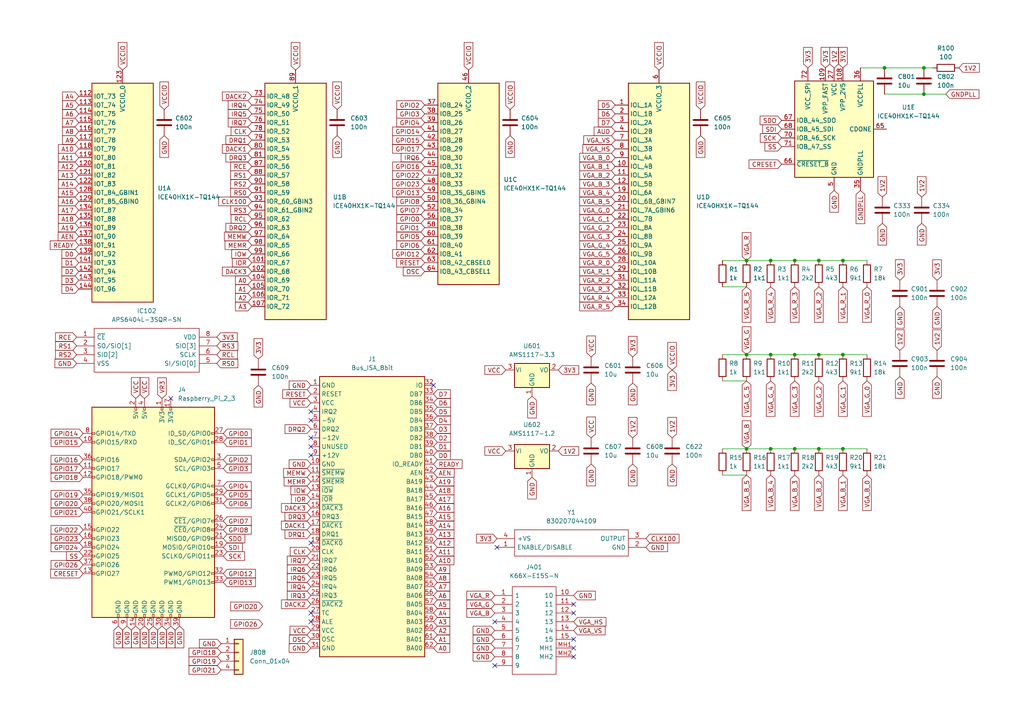
<source format=kicad_sch>
(kicad_sch (version 20211123) (generator eeschema)
  (paper "A4")
  (lib_symbols
    (symbol "830207044109:830207044109" (pin_names (offset 0.762))
      (property "Reference" "Y" (at 39.37 7.62 0))
      (property "Value" "830207044109" (at 39.37 5.08 0))
      (symbol "830207044109_0_0"
        (pin passive line (at 0 -2.54 0) (length 5.08) (name "ENABLE/DISABLE") (number "1"))
        (pin passive line (at 43.18 -2.54 180) (length 5.08) (name "GND") (number "2"))
        (pin passive line (at 43.18 0 180) (length 5.08) (name "OUTPUT") (number "3"))
        (pin passive line (at 0 0 0) (length 5.08) (name "+VS") (number "4"))
      )
    )
    (symbol "APS6404L-3SQR-SN:APS6404L-3SQR-SN" (pin_names (offset 0.762))
      (property "Reference" "IC" (at 36.83 7.62 0))
      (property "Value" "APS6404L-3SQR-SN" (at 36.83 5.08 0))
      (symbol "APS6404L-3SQR-SN_0_0"
        (pin passive line (at 0 0 0) (length 5.08) (name "~{CE}") (number "1"))
        (pin passive line (at 0 -2.54 0) (length 5.08) (name "SO/SIO[1]") (number "2"))
        (pin passive line (at 0 -5.08 0) (length 5.08) (name "SIO[2]") (number "3"))
        (pin passive line (at 0 -7.62 0) (length 5.08) (name "VSS") (number "4"))
        (pin passive line (at 40.64 -7.62 180) (length 5.08) (name "SI/SIO[0]") (number "5"))
        (pin passive line (at 40.64 -5.08 180) (length 5.08) (name "SCLK") (number "6"))
        (pin passive line (at 40.64 -2.54 180) (length 5.08) (name "SIO[3]") (number "7"))
        (pin passive line (at 40.64 0 180) (length 5.08) (name "VDD") (number "8"))
      )
    )
    (symbol "Connector:Bus_ISA_8bit"
      (property "Reference" "J" (at 0 42.545 0))
      (property "Value" "Bus_ISA_8bit" (at 0 -42.545 0))
      (symbol "Bus_ISA_8bit_1_1"
        (pin power_in line (at -17.78 38.1 0) (length 2.54) (name "GND") (number "1"))
        (pin power_in line (at -17.78 15.24 0) (length 2.54) (name "GND") (number "10"))
        (pin output line (at -17.78 12.7 0) (length 2.54) (name "~{SMEMW}") (number "11"))
        (pin output line (at -17.78 10.16 0) (length 2.54) (name "~{SMEMR}") (number "12"))
        (pin output line (at -17.78 7.62 0) (length 2.54) (name "~{IOW}") (number "13"))
        (pin output line (at -17.78 5.08 0) (length 2.54) (name "~{IOR}") (number "14"))
        (pin passive line (at -17.78 2.54 0) (length 2.54) (name "~{DACK3}") (number "15"))
        (pin passive line (at -17.78 0 0) (length 2.54) (name "DRQ3") (number "16"))
        (pin passive line (at -17.78 -2.54 0) (length 2.54) (name "~{DACK1}") (number "17"))
        (pin passive line (at -17.78 -5.08 0) (length 2.54) (name "DRQ1") (number "18"))
        (pin passive line (at -17.78 -7.62 0) (length 2.54) (name "~{DACK0}") (number "19"))
        (pin output line (at -17.78 35.56 0) (length 2.54) (name "RESET") (number "2"))
        (pin output line (at -17.78 -10.16 0) (length 2.54) (name "CLK") (number "20"))
        (pin passive line (at -17.78 -12.7 0) (length 2.54) (name "IRQ7") (number "21"))
        (pin passive line (at -17.78 -15.24 0) (length 2.54) (name "IRQ6") (number "22"))
        (pin passive line (at -17.78 -17.78 0) (length 2.54) (name "IRQ5") (number "23"))
        (pin passive line (at -17.78 -20.32 0) (length 2.54) (name "IRQ4") (number "24"))
        (pin passive line (at -17.78 -22.86 0) (length 2.54) (name "IRQ3") (number "25"))
        (pin passive line (at -17.78 -25.4 0) (length 2.54) (name "~{DACK2}") (number "26"))
        (pin passive line (at -17.78 -27.94 0) (length 2.54) (name "TC") (number "27"))
        (pin output line (at -17.78 -30.48 0) (length 2.54) (name "ALE") (number "28"))
        (pin power_in line (at -17.78 -33.02 0) (length 2.54) (name "VCC") (number "29"))
        (pin power_in line (at -17.78 33.02 0) (length 2.54) (name "VCC") (number "3"))
        (pin output line (at -17.78 -35.56 0) (length 2.54) (name "OSC") (number "30"))
        (pin power_in line (at -17.78 -38.1 0) (length 2.54) (name "GND") (number "31"))
        (pin passive line (at 17.78 38.1 180) (length 2.54) (name "IO") (number "32"))
        (pin tri_state line (at 17.78 35.56 180) (length 2.54) (name "DB7") (number "33"))
        (pin tri_state line (at 17.78 33.02 180) (length 2.54) (name "DB6") (number "34"))
        (pin tri_state line (at 17.78 30.48 180) (length 2.54) (name "DB5") (number "35"))
        (pin tri_state line (at 17.78 27.94 180) (length 2.54) (name "DB4") (number "36"))
        (pin tri_state line (at 17.78 25.4 180) (length 2.54) (name "DB3") (number "37"))
        (pin tri_state line (at 17.78 22.86 180) (length 2.54) (name "DB2") (number "38"))
        (pin tri_state line (at 17.78 20.32 180) (length 2.54) (name "DB1") (number "39"))
        (pin passive line (at -17.78 30.48 0) (length 2.54) (name "IRQ2") (number "4"))
        (pin tri_state line (at 17.78 17.78 180) (length 2.54) (name "DB0") (number "40"))
        (pin passive line (at 17.78 15.24 180) (length 2.54) (name "IO_READY") (number "41"))
        (pin output line (at 17.78 12.7 180) (length 2.54) (name "AEN") (number "42"))
        (pin tri_state line (at 17.78 10.16 180) (length 2.54) (name "BA19") (number "43"))
        (pin tri_state line (at 17.78 7.62 180) (length 2.54) (name "BA18") (number "44"))
        (pin tri_state line (at 17.78 5.08 180) (length 2.54) (name "BA17") (number "45"))
        (pin tri_state line (at 17.78 2.54 180) (length 2.54) (name "BA16") (number "46"))
        (pin tri_state line (at 17.78 0 180) (length 2.54) (name "BA15") (number "47"))
        (pin tri_state line (at 17.78 -2.54 180) (length 2.54) (name "BA14") (number "48"))
        (pin tri_state line (at 17.78 -5.08 180) (length 2.54) (name "BA13") (number "49"))
        (pin power_in line (at -17.78 27.94 0) (length 2.54) (name "-5V") (number "5"))
        (pin tri_state line (at 17.78 -7.62 180) (length 2.54) (name "BA12") (number "50"))
        (pin tri_state line (at 17.78 -10.16 180) (length 2.54) (name "BA11") (number "51"))
        (pin tri_state line (at 17.78 -12.7 180) (length 2.54) (name "BA10") (number "52"))
        (pin tri_state line (at 17.78 -15.24 180) (length 2.54) (name "BA09") (number "53"))
        (pin tri_state line (at 17.78 -17.78 180) (length 2.54) (name "BA08") (number "54"))
        (pin tri_state line (at 17.78 -20.32 180) (length 2.54) (name "BA07") (number "55"))
        (pin tri_state line (at 17.78 -22.86 180) (length 2.54) (name "BA06") (number "56"))
        (pin tri_state line (at 17.78 -25.4 180) (length 2.54) (name "BA05") (number "57"))
        (pin tri_state line (at 17.78 -27.94 180) (length 2.54) (name "BA04") (number "58"))
        (pin tri_state line (at 17.78 -30.48 180) (length 2.54) (name "BA03") (number "59"))
        (pin passive line (at -17.78 25.4 0) (length 2.54) (name "DRQ2") (number "6"))
        (pin tri_state line (at 17.78 -33.02 180) (length 2.54) (name "BA02") (number "60"))
        (pin tri_state line (at 17.78 -35.56 180) (length 2.54) (name "BA01") (number "61"))
        (pin tri_state line (at 17.78 -38.1 180) (length 2.54) (name "BA00") (number "62"))
        (pin power_in line (at -17.78 22.86 0) (length 2.54) (name "-12V") (number "7"))
        (pin passive line (at -17.78 20.32 0) (length 2.54) (name "UNUSED") (number "8"))
        (pin power_in line (at -17.78 17.78 0) (length 2.54) (name "+12V") (number "9"))
      )
    )
    (symbol "Connector:Raspberry_Pi_2_3" (pin_names (offset 1.016))
      (property "Reference" "J" (at -17.78 31.75 0))
      (property "Value" "Raspberry_Pi_2_3" (at 10.16 -31.75 0))
      (symbol "Raspberry_Pi_2_3_1_1"
        (pin power_in line (at 2.54 33.02 270) (length 2.54) (name "3V3") (number "1"))
        (pin bidirectional line (at -20.32 20.32 0) (length 2.54) (name "GPIO15/RXD") (number "10"))
        (pin bidirectional line (at -20.32 12.7 0) (length 2.54) (name "GPIO17") (number "11"))
        (pin bidirectional line (at -20.32 10.16 0) (length 2.54) (name "GPIO18/PWM0") (number "12"))
        (pin bidirectional line (at -20.32 -17.78 0) (length 2.54) (name "GPIO27") (number "13"))
        (pin power_in line (at -5.08 -33.02 90) (length 2.54) (name "GND") (number "14"))
        (pin bidirectional line (at -20.32 -5.08 0) (length 2.54) (name "GPIO22") (number "15"))
        (pin bidirectional line (at -20.32 -7.62 0) (length 2.54) (name "GPIO23") (number "16"))
        (pin power_in line (at 5.08 33.02 270) (length 2.54) (name "3V3") (number "17"))
        (pin bidirectional line (at -20.32 -10.16 0) (length 2.54) (name "GPIO24") (number "18"))
        (pin bidirectional line (at 20.32 -10.16 180) (length 2.54) (name "MOSI0/GPIO10") (number "19"))
        (pin power_in line (at -5.08 33.02 270) (length 2.54) (name "5V") (number "2"))
        (pin power_in line (at -2.54 -33.02 90) (length 2.54) (name "GND") (number "20"))
        (pin bidirectional line (at 20.32 -7.62 180) (length 2.54) (name "MISO0/GPIO9") (number "21"))
        (pin bidirectional line (at -20.32 -12.7 0) (length 2.54) (name "GPIO25") (number "22"))
        (pin bidirectional line (at 20.32 -12.7 180) (length 2.54) (name "SCLK0/GPIO11") (number "23"))
        (pin bidirectional line (at 20.32 -5.08 180) (length 2.54) (name "~{CE0}/GPIO8") (number "24"))
        (pin power_in line (at 0 -33.02 90) (length 2.54) (name "GND") (number "25"))
        (pin bidirectional line (at 20.32 -2.54 180) (length 2.54) (name "~{CE1}/GPIO7") (number "26"))
        (pin bidirectional line (at 20.32 22.86 180) (length 2.54) (name "ID_SD/GPIO0") (number "27"))
        (pin bidirectional line (at 20.32 20.32 180) (length 2.54) (name "ID_SC/GPIO1") (number "28"))
        (pin bidirectional line (at 20.32 5.08 180) (length 2.54) (name "GCLK1/GPIO5") (number "29"))
        (pin bidirectional line (at 20.32 15.24 180) (length 2.54) (name "SDA/GPIO2") (number "3"))
        (pin power_in line (at 2.54 -33.02 90) (length 2.54) (name "GND") (number "30"))
        (pin bidirectional line (at 20.32 2.54 180) (length 2.54) (name "GCLK2/GPIO6") (number "31"))
        (pin bidirectional line (at 20.32 -17.78 180) (length 2.54) (name "PWM0/GPIO12") (number "32"))
        (pin bidirectional line (at 20.32 -20.32 180) (length 2.54) (name "PWM1/GPIO13") (number "33"))
        (pin power_in line (at 5.08 -33.02 90) (length 2.54) (name "GND") (number "34"))
        (pin bidirectional line (at -20.32 5.08 0) (length 2.54) (name "GPIO19/MISO1") (number "35"))
        (pin bidirectional line (at -20.32 15.24 0) (length 2.54) (name "GPIO16") (number "36"))
        (pin bidirectional line (at -20.32 -15.24 0) (length 2.54) (name "GPIO26") (number "37"))
        (pin bidirectional line (at -20.32 2.54 0) (length 2.54) (name "GPIO20/MOSI1") (number "38"))
        (pin power_in line (at 7.62 -33.02 90) (length 2.54) (name "GND") (number "39"))
        (pin power_in line (at -2.54 33.02 270) (length 2.54) (name "5V") (number "4"))
        (pin bidirectional line (at -20.32 0 0) (length 2.54) (name "GPIO21/SCLK1") (number "40"))
        (pin bidirectional line (at 20.32 12.7 180) (length 2.54) (name "SCL/GPIO3") (number "5"))
        (pin power_in line (at -10.16 -33.02 90) (length 2.54) (name "GND") (number "6"))
        (pin bidirectional line (at 20.32 7.62 180) (length 2.54) (name "GCLK0/GPIO4") (number "7"))
        (pin bidirectional line (at -20.32 22.86 0) (length 2.54) (name "GPIO14/TXD") (number "8"))
        (pin power_in line (at -7.62 -33.02 90) (length 2.54) (name "GND") (number "9"))
      )
    )
    (symbol "Connector_Generic:Conn_01x04" (pin_names (offset 1.016) hide)
      (property "Reference" "J" (at 0 5.08 0))
      (property "Value" "Conn_01x04" (at 0 -7.62 0))
      (symbol "Conn_01x04_1_1"
        (pin passive line (at -5.08 2.54 0) (length 3.81) (name "Pin_1") (number "1"))
        (pin passive line (at -5.08 0 0) (length 3.81) (name "Pin_2") (number "2"))
        (pin passive line (at -5.08 -2.54 0) (length 3.81) (name "Pin_3") (number "3"))
        (pin passive line (at -5.08 -5.08 0) (length 3.81) (name "Pin_4") (number "4"))
      )
    )
    (symbol "Device:C" (pin_numbers hide) (pin_names (offset 0.254))
      (property "Reference" "C" (at 0.635 2.54 0))
      (property "Value" "C" (at 0.635 -2.54 0))
      (symbol "C_1_1"
        (pin passive line (at 0 3.81 270) (length 2.794) (name "~") (number "1"))
        (pin passive line (at 0 -3.81 90) (length 2.794) (name "~") (number "2"))
      )
    )
    (symbol "Device:R" (pin_numbers hide) (pin_names (offset 0))
      (property "Reference" "R" (at 2.032 0 90))
      (property "Value" "R" (at 0 0 90))
      (symbol "R_1_1"
        (pin passive line (at 0 3.81 270) (length 1.27) (name "~") (number "1"))
        (pin passive line (at 0 -3.81 90) (length 1.27) (name "~") (number "2"))
      )
    )
    (symbol "FPGA_Lattice:ICE40HX1K-TQ144"
      (property "Reference" "U" (at -6.35 36.83 0))
      (property "Value" "ICE40HX1K-TQ144" (at 10.16 36.83 0))
      (symbol "ICE40HX1K-TQ144_1_1"
        (pin bidirectional line (at -12.7 27.94 0) (length 3.81) (name "IOT_73") (number "112"))
        (pin bidirectional line (at -12.7 25.4 0) (length 3.81) (name "IOT_74") (number "113"))
        (pin bidirectional line (at -12.7 22.86 0) (length 3.81) (name "IOT_75") (number "114"))
        (pin bidirectional line (at -12.7 20.32 0) (length 3.81) (name "IOT_76") (number "115"))
        (pin bidirectional line (at -12.7 17.78 0) (length 3.81) (name "IOT_77") (number "116"))
        (pin bidirectional line (at -12.7 15.24 0) (length 3.81) (name "IOT_78") (number "117"))
        (pin bidirectional line (at -12.7 12.7 0) (length 3.81) (name "IOT_79") (number "118"))
        (pin bidirectional line (at -12.7 10.16 0) (length 3.81) (name "IOT_80") (number "119"))
        (pin bidirectional line (at -12.7 7.62 0) (length 3.81) (name "IOT_81") (number "120"))
        (pin bidirectional line (at -12.7 5.08 0) (length 3.81) (name "IOT_82") (number "121"))
        (pin bidirectional line (at -12.7 2.54 0) (length 3.81) (name "IOT_83") (number "122"))
        (pin power_in line (at 0 35.56 270) (length 3.81) (name "VCCIO_0") (number "123"))
        (pin bidirectional line (at -12.7 0 0) (length 3.81) (name "IOT_84_GBIN1") (number "128"))
        (pin bidirectional line (at -12.7 -2.54 0) (length 3.81) (name "IOT_85_GBIN0") (number "129"))
        (pin passive line (at 0 35.56 270) (length 3.81) hide (name "VCCIO_0") (number "133"))
        (pin bidirectional line (at -12.7 -5.08 0) (length 3.81) (name "IOT_87") (number "134"))
        (pin bidirectional line (at -12.7 -7.62 0) (length 3.81) (name "IOT_88") (number "135"))
        (pin bidirectional line (at -12.7 -10.16 0) (length 3.81) (name "IOT_89") (number "136"))
        (pin bidirectional line (at -12.7 -12.7 0) (length 3.81) (name "IOT_90") (number "137"))
        (pin bidirectional line (at -12.7 -15.24 0) (length 3.81) (name "IOT_91") (number "138"))
        (pin bidirectional line (at -12.7 -17.78 0) (length 3.81) (name "IOT_92") (number "139"))
        (pin bidirectional line (at -12.7 -20.32 0) (length 3.81) (name "IOT_93") (number "141"))
        (pin bidirectional line (at -12.7 -22.86 0) (length 3.81) (name "IOT_94") (number "142"))
        (pin bidirectional line (at -12.7 -25.4 0) (length 3.81) (name "IOT_95") (number "143"))
        (pin bidirectional line (at -12.7 -27.94 0) (length 3.81) (name "IOT_96") (number "144"))
        (pin no_connect line (at 7.62 10.16 180) (length 3.81) hide (name "NC") (number "15"))
        (pin no_connect line (at 7.62 7.62 180) (length 3.81) hide (name "NC") (number "16"))
        (pin no_connect line (at 7.62 5.08 180) (length 3.81) hide (name "NC") (number "17"))
        (pin no_connect line (at 7.62 -7.62 180) (length 3.81) hide (name "NC") (number "18"))
        (pin no_connect line (at 7.62 -10.16 180) (length 3.81) hide (name "NC") (number "77"))
      )
      (symbol "ICE40HX1K-TQ144_2_1"
        (pin passive line (at 0 38.1 270) (length 3.81) hide (name "VCCIO_1") (number "100"))
        (pin bidirectional line (at -12.7 -17.78 0) (length 3.81) (name "IOR_67") (number "101"))
        (pin bidirectional line (at -12.7 -20.32 0) (length 3.81) (name "IOR_68") (number "102"))
        (pin bidirectional line (at -12.7 -22.86 0) (length 3.81) (name "IOR_69") (number "104"))
        (pin bidirectional line (at -12.7 -25.4 0) (length 3.81) (name "IOR_70") (number "105"))
        (pin bidirectional line (at -12.7 -27.94 0) (length 3.81) (name "IOR_71") (number "106"))
        (pin bidirectional line (at -12.7 -30.48 0) (length 3.81) (name "IOR_72") (number "107"))
        (pin no_connect line (at 7.62 10.16 180) (length 3.81) hide (name "NC") (number "40"))
        (pin no_connect line (at 7.62 7.62 180) (length 3.81) hide (name "NC") (number "53"))
        (pin no_connect line (at 7.62 5.08 180) (length 3.81) hide (name "NC") (number "54"))
        (pin no_connect line (at 7.62 -7.62 180) (length 3.81) hide (name "NC") (number "55"))
        (pin bidirectional line (at -12.7 30.48 0) (length 3.81) (name "IOR_48") (number "73"))
        (pin bidirectional line (at -12.7 27.94 0) (length 3.81) (name "IOR_49") (number "74"))
        (pin bidirectional line (at -12.7 25.4 0) (length 3.81) (name "IOR_50") (number "75"))
        (pin bidirectional line (at -12.7 22.86 0) (length 3.81) (name "IOR_51") (number "76"))
        (pin bidirectional line (at -12.7 20.32 0) (length 3.81) (name "IOR_52") (number "78"))
        (pin bidirectional line (at -12.7 17.78 0) (length 3.81) (name "IOR_53") (number "79"))
        (pin bidirectional line (at -12.7 15.24 0) (length 3.81) (name "IOR_54") (number "80"))
        (pin bidirectional line (at -12.7 12.7 0) (length 3.81) (name "IOR_55") (number "81"))
        (pin no_connect line (at 7.62 -10.16 180) (length 3.81) hide (name "NC") (number "82"))
        (pin bidirectional line (at -12.7 10.16 0) (length 3.81) (name "IOR_56") (number "87"))
        (pin bidirectional line (at -12.7 7.62 0) (length 3.81) (name "IOR_57") (number "88"))
        (pin power_in line (at 0 38.1 270) (length 3.81) (name "VCCIO_1") (number "89"))
        (pin bidirectional line (at -12.7 5.08 0) (length 3.81) (name "IOR_58") (number "90"))
        (pin bidirectional line (at -12.7 2.54 0) (length 3.81) (name "IOR_59") (number "91"))
        (pin bidirectional line (at -12.7 0 0) (length 3.81) (name "IOR_60_GBIN3") (number "93"))
        (pin bidirectional line (at -12.7 -2.54 0) (length 3.81) (name "IOR_61_GBIN2") (number "94"))
        (pin bidirectional line (at -12.7 -5.08 0) (length 3.81) (name "IOR_62") (number "95"))
        (pin bidirectional line (at -12.7 -7.62 0) (length 3.81) (name "IOR_63") (number "96"))
        (pin bidirectional line (at -12.7 -10.16 0) (length 3.81) (name "IOR_64") (number "97"))
        (pin bidirectional line (at -12.7 -12.7 0) (length 3.81) (name "IOR_65") (number "98"))
        (pin bidirectional line (at -12.7 -15.24 0) (length 3.81) (name "IOR_66") (number "99"))
      )
      (symbol "ICE40HX1K-TQ144_3_1"
        (pin no_connect line (at 7.62 -10.16 180) (length 3.81) hide (name "NC") (number "110"))
        (pin no_connect line (at 7.62 -17.78 180) (length 3.81) hide (name "NC") (number "124"))
        (pin bidirectional line (at -12.7 22.86 0) (length 3.81) (name "IOB_24") (number "37"))
        (pin bidirectional line (at -12.7 20.32 0) (length 3.81) (name "IOB_25") (number "38"))
        (pin bidirectional line (at -12.7 17.78 0) (length 3.81) (name "IOB_26") (number "39"))
        (pin bidirectional line (at -12.7 15.24 0) (length 3.81) (name "IOB_27") (number "41"))
        (pin bidirectional line (at -12.7 12.7 0) (length 3.81) (name "IOB_28") (number "42"))
        (pin bidirectional line (at -12.7 10.16 0) (length 3.81) (name "IOB_29") (number "43"))
        (pin bidirectional line (at -12.7 7.62 0) (length 3.81) (name "IOB_30") (number "44"))
        (pin bidirectional line (at -12.7 5.08 0) (length 3.81) (name "IOB_31") (number "45"))
        (pin power_in line (at 0 33.02 270) (length 3.81) (name "VCCIO_2") (number "46"))
        (pin bidirectional line (at -12.7 2.54 0) (length 3.81) (name "IOB_32") (number "47"))
        (pin bidirectional line (at -12.7 0 0) (length 3.81) (name "IOB_33") (number "48"))
        (pin bidirectional line (at -12.7 -2.54 0) (length 3.81) (name "IOB_35_GBIN5") (number "49"))
        (pin bidirectional line (at -12.7 -5.08 0) (length 3.81) (name "IOB_36_GBIN4") (number "50"))
        (pin bidirectional line (at -12.7 -7.62 0) (length 3.81) (name "IOB_34") (number "52"))
        (pin bidirectional line (at -12.7 -10.16 0) (length 3.81) (name "IOB_37") (number "56"))
        (pin passive line (at 0 33.02 270) (length 3.81) hide (name "VCCIO_2") (number "57"))
        (pin bidirectional line (at -12.7 -12.7 0) (length 3.81) (name "IOB_38") (number "58"))
        (pin bidirectional line (at -12.7 -15.24 0) (length 3.81) (name "IOB_39") (number "60"))
        (pin bidirectional line (at -12.7 -17.78 0) (length 3.81) (name "IOB_40") (number "61"))
        (pin bidirectional line (at -12.7 -20.32 0) (length 3.81) (name "IOB_41") (number "62"))
        (pin bidirectional line (at -12.7 -22.86 0) (length 3.81) (name "IOB_42_CBSEL0") (number "63"))
        (pin bidirectional line (at -12.7 -25.4 0) (length 3.81) (name "IOB_43_CBSEL1") (number "64"))
        (pin no_connect line (at 7.62 10.16 180) (length 3.81) hide (name "NC") (number "83"))
        (pin no_connect line (at 7.62 7.62 180) (length 3.81) hide (name "NC") (number "84"))
        (pin no_connect line (at 7.62 -12.7 180) (length 3.81) hide (name "NC") (number "85"))
      )
      (symbol "ICE40HX1K-TQ144_4_1"
        (pin bidirectional line (at -12.7 27.94 0) (length 3.81) (name "IOL_1A") (number "1"))
        (pin bidirectional line (at -12.7 10.16 0) (length 3.81) (name "IOL_4B") (number "10"))
        (pin bidirectional line (at -12.7 7.62 0) (length 3.81) (name "IOL_5A") (number "11"))
        (pin bidirectional line (at -12.7 5.08 0) (length 3.81) (name "IOL_5B") (number "12"))
        (pin no_connect line (at 7.62 10.16 180) (length 3.81) hide (name "NC") (number "125"))
        (pin no_connect line (at 7.62 7.62 180) (length 3.81) hide (name "NC") (number "126"))
        (pin no_connect line (at 7.62 5.08 180) (length 3.81) hide (name "NC") (number "127"))
        (pin no_connect line (at 7.62 -7.62 180) (length 3.81) hide (name "NC") (number "130"))
        (pin no_connect line (at 7.62 -10.16 180) (length 3.81) hide (name "NC") (number "131"))
        (pin bidirectional line (at -12.7 2.54 0) (length 3.81) (name "IOL_6A") (number "19"))
        (pin bidirectional line (at -12.7 25.4 0) (length 3.81) (name "IOL_1B") (number "2"))
        (pin bidirectional line (at -12.7 0 0) (length 3.81) (name "IOL_6B_GBIN7") (number "20"))
        (pin bidirectional line (at -12.7 -2.54 0) (length 3.81) (name "IOL_7A_GBIN6") (number "21"))
        (pin bidirectional line (at -12.7 -5.08 0) (length 3.81) (name "IOL_7B") (number "22"))
        (pin bidirectional line (at -12.7 -7.62 0) (length 3.81) (name "IOL_8A") (number "23"))
        (pin bidirectional line (at -12.7 -10.16 0) (length 3.81) (name "IOL_8B") (number "24"))
        (pin bidirectional line (at -12.7 -12.7 0) (length 3.81) (name "IOL_9A") (number "25"))
        (pin bidirectional line (at -12.7 -15.24 0) (length 3.81) (name "IOL_9B") (number "26"))
        (pin bidirectional line (at -12.7 -17.78 0) (length 3.81) (name "IOL_10A") (number "28"))
        (pin bidirectional line (at -12.7 -20.32 0) (length 3.81) (name "IOL_10B") (number "29"))
        (pin bidirectional line (at -12.7 22.86 0) (length 3.81) (name "IOL_2A") (number "3"))
        (pin passive line (at 0 38.1 270) (length 3.81) hide (name "VCCIO_3") (number "30"))
        (pin bidirectional line (at -12.7 -22.86 0) (length 3.81) (name "IOL_11A") (number "31"))
        (pin bidirectional line (at -12.7 -25.4 0) (length 3.81) (name "IOL_11B") (number "32"))
        (pin bidirectional line (at -12.7 -27.94 0) (length 3.81) (name "IOL_12A") (number "33"))
        (pin bidirectional line (at -12.7 -30.48 0) (length 3.81) (name "IOL_12B") (number "34"))
        (pin bidirectional line (at -12.7 20.32 0) (length 3.81) (name "IOL_2B") (number "4"))
        (pin power_in line (at 0 38.1 270) (length 3.81) (name "VCCIO_3") (number "6"))
        (pin bidirectional line (at -12.7 17.78 0) (length 3.81) (name "IOL_3A") (number "7"))
        (pin bidirectional line (at -12.7 15.24 0) (length 3.81) (name "IOL_3B") (number "8"))
        (pin bidirectional line (at -12.7 12.7 0) (length 3.81) (name "IOL_4A") (number "9"))
      )
      (symbol "ICE40HX1K-TQ144_5_1"
        (pin passive line (at 0 -17.78 90) (length 3.81) hide (name "GND") (number "103"))
        (pin power_in line (at 2.54 17.78 270) (length 3.81) (name "VPP_2V5") (number "108"))
        (pin power_in line (at -2.54 17.78 270) (length 3.81) (name "VPP_FAST") (number "109"))
        (pin passive line (at 0 17.78 270) (length 3.81) hide (name "VCC") (number "111"))
        (pin passive line (at 0 -17.78 90) (length 3.81) hide (name "GND") (number "13"))
        (pin passive line (at 0 -17.78 90) (length 3.81) hide (name "GND") (number "132"))
        (pin passive line (at 0 -17.78 90) (length 3.81) hide (name "GND") (number "14"))
        (pin passive line (at 0 -17.78 90) (length 3.81) hide (name "GND") (number "140"))
        (pin power_in line (at 0 17.78 270) (length 3.81) (name "VCC") (number "27"))
        (pin power_in line (at 7.62 -17.78 90) (length 3.81) (name "GNDPLL") (number "35"))
        (pin power_in line (at 7.62 17.78 270) (length 3.81) (name "VCCPLL") (number "36"))
        (pin power_in line (at 0 -17.78 90) (length 3.81) (name "GND") (number "5"))
        (pin passive line (at 0 17.78 270) (length 3.81) hide (name "VCC") (number "51"))
        (pin passive line (at 0 -17.78 90) (length 3.81) hide (name "GND") (number "59"))
        (pin open_collector line (at 15.24 0 180) (length 3.81) (name "CDONE") (number "65"))
        (pin input line (at -15.24 -10.16 0) (length 3.81) (name "~{CRESET_B}") (number "66"))
        (pin bidirectional line (at -15.24 2.54 0) (length 3.81) (name "IOB_44_SDO") (number "67"))
        (pin bidirectional line (at -15.24 0 0) (length 3.81) (name "IOB_45_SDI") (number "68"))
        (pin passive line (at 0 -17.78 90) (length 3.81) hide (name "GND") (number "69"))
        (pin bidirectional line (at -15.24 -2.54 0) (length 3.81) (name "IOB_46_SCK") (number "70"))
        (pin bidirectional line (at -15.24 -5.08 0) (length 3.81) (name "IOB_47_SS") (number "71"))
        (pin power_in line (at -7.62 17.78 270) (length 3.81) (name "VCC_SPI") (number "72"))
        (pin passive line (at 0 -17.78 90) (length 3.81) hide (name "GND") (number "86"))
        (pin passive line (at 0 17.78 270) (length 3.81) hide (name "VCC") (number "92"))
      )
    )
    (symbol "K66X-E15S-N:K66X-E15S-N" (pin_names (offset 0.762))
      (property "Reference" "J" (at 19.05 7.62 0))
      (property "Value" "K66X-E15S-N" (at 19.05 5.08 0))
      (symbol "K66X-E15S-N_0_0"
        (pin passive line (at 0 0 0) (length 5.08) (name "1") (number "1"))
        (pin passive line (at 22.86 0 180) (length 5.08) (name "10") (number "10"))
        (pin passive line (at 22.86 -2.54 180) (length 5.08) (name "11") (number "11"))
        (pin passive line (at 22.86 -5.08 180) (length 5.08) (name "12") (number "12"))
        (pin passive line (at 22.86 -7.62 180) (length 5.08) (name "13") (number "13"))
        (pin passive line (at 22.86 -10.16 180) (length 5.08) (name "14") (number "14"))
        (pin passive line (at 22.86 -12.7 180) (length 5.08) (name "15") (number "15"))
        (pin passive line (at 0 -2.54 0) (length 5.08) (name "2") (number "2"))
        (pin passive line (at 0 -5.08 0) (length 5.08) (name "3") (number "3"))
        (pin passive line (at 0 -7.62 0) (length 5.08) (name "4") (number "4"))
        (pin passive line (at 0 -10.16 0) (length 5.08) (name "5") (number "5"))
        (pin passive line (at 0 -12.7 0) (length 5.08) (name "6") (number "6"))
        (pin passive line (at 0 -15.24 0) (length 5.08) (name "7") (number "7"))
        (pin passive line (at 0 -17.78 0) (length 5.08) (name "8") (number "8"))
        (pin passive line (at 0 -20.32 0) (length 5.08) (name "9") (number "9"))
        (pin passive line (at 22.86 -15.24 180) (length 5.08) (name "MH1") (number "MH1"))
        (pin passive line (at 22.86 -17.78 180) (length 5.08) (name "MH2") (number "MH2"))
      )
    )
    (symbol "Regulator_Linear:AMS1117-3.3" (pin_names (offset 0.254))
      (property "Reference" "U" (at -3.81 3.175 0))
      (property "Value" "AMS1117-3.3" (at 0 3.175 0))
      (symbol "AMS1117-3.3_1_1"
        (pin power_in line (at 0 -7.62 90) (length 2.54) (name "GND") (number "1"))
        (pin power_out line (at 7.62 0 180) (length 2.54) (name "VO") (number "2"))
        (pin power_in line (at -7.62 0 0) (length 2.54) (name "VI") (number "3"))
      )
    )
  )
  (junction (at 237.49 75.565))
  (junction (at 244.475 75.565))
  (junction (at 216.535 102.87))
  (junction (at 237.49 130.175))
  (junction (at 223.52 102.87))
  (junction (at 267.97 19.685))
  (junction (at 230.505 102.87))
  (junction (at 216.535 130.175))
  (junction (at 267.97 27.305))
  (junction (at 230.505 130.175))
  (junction (at 223.52 130.175))
  (junction (at 256.54 19.685))
  (junction (at 244.475 102.87))
  (junction (at 223.52 75.565))
  (junction (at 237.49 102.87))
  (junction (at 230.505 75.565))
  (junction (at 244.475 130.175))
  (junction (at 216.535 75.565))
  (no_connect (at 49.53 115.57))
  (no_connect (at 90.17 119.38))
  (no_connect (at 125.73 111.76))
  (no_connect (at 90.17 127))
  (no_connect (at 90.17 121.92))
  (no_connect (at 90.17 129.54))
  (no_connect (at 90.17 132.08))
  (no_connect (at 90.17 157.48))
  (no_connect (at 90.17 180.34))
  (no_connect (at 90.17 177.8))
  (no_connect (at 144.145 158.75))
  (no_connect (at 143.51 180.34))
  (no_connect (at 143.51 193.04))
  (no_connect (at 166.37 175.26))
  (no_connect (at 166.37 190.5))
  (no_connect (at 166.37 187.96))
  (no_connect (at 166.37 185.42))
  (no_connect (at 166.37 177.8))
  (wire (pts (xy 216.535 102.87) (xy 223.52 102.87)))
  (wire (pts (xy 244.475 130.175) (xy 251.46 130.175)))
  (wire (pts (xy 237.49 130.175) (xy 244.475 130.175)))
  (wire (pts (xy 209.55 110.49) (xy 216.535 110.49)))
  (wire (pts (xy 267.97 19.685) (xy 270.51 19.685)))
  (wire (pts (xy 230.505 75.565) (xy 237.49 75.565)))
  (wire (pts (xy 256.54 27.305) (xy 267.97 27.305)))
  (wire (pts (xy 256.54 19.685) (xy 267.97 19.685)))
  (wire (pts (xy 237.49 102.87) (xy 244.475 102.87)))
  (wire (pts (xy 209.55 137.795) (xy 216.535 137.795)))
  (wire (pts (xy 223.52 75.565) (xy 230.505 75.565)))
  (wire (pts (xy 230.505 130.175) (xy 237.49 130.175)))
  (wire (pts (xy 267.97 27.305) (xy 274.32 27.305)))
  (wire (pts (xy 209.55 102.87) (xy 216.535 102.87)))
  (wire (pts (xy 216.535 75.565) (xy 223.52 75.565)))
  (wire (pts (xy 249.555 19.685) (xy 256.54 19.685)))
  (wire (pts (xy 237.49 75.565) (xy 244.475 75.565)))
  (wire (pts (xy 230.505 102.87) (xy 237.49 102.87)))
  (wire (pts (xy 209.55 130.175) (xy 216.535 130.175)))
  (wire (pts (xy 216.535 130.175) (xy 223.52 130.175)))
  (wire (pts (xy 244.475 102.87) (xy 251.46 102.87)))
  (wire (pts (xy 209.55 83.185) (xy 216.535 83.185)))
  (wire (pts (xy 223.52 102.87) (xy 230.505 102.87)))
  (wire (pts (xy 223.52 130.175) (xy 230.505 130.175)))
  (wire (pts (xy 244.475 75.565) (xy 251.46 75.565)))
  (wire (pts (xy 209.55 75.565) (xy 216.535 75.565)))
  (global_label "GPIO24" (shape input) (at 24.13 158.75 180) (property "Intersheet References" "${INTERSHEET_REFS}" (effects hide)))
  (global_label "GND" (shape input) (at 97.79 39.37 270) (property "Intersheet References" "${INTERSHEET_REFS}" (effects hide)))
  (global_label "GND" (shape input) (at 49.53 181.61 270) (property "Intersheet References" "${INTERSHEET_REFS}" (effects hide)))
  (global_label "GPIO3" (shape input) (at 123.19 33.02 180) (property "Intersheet References" "${INTERSHEET_REFS}" (effects hide)))
  (global_label "SCK" (shape input) (at 226.695 40.005 180) (property "Intersheet References" "${INTERSHEET_REFS}" (effects hide)))
  (global_label "GPIO4" (shape input) (at 64.77 140.97 0) (property "Intersheet References" "${INTERSHEET_REFS}" (effects hide)))
  (global_label "VGA_B_4" (shape input) (at 178.435 55.88 180) (property "Intersheet References" "${INTERSHEET_REFS}" (effects hide)))
  (global_label "A7" (shape input) (at 22.86 35.56 180) (property "Intersheet References" "${INTERSHEET_REFS}" (effects hide)))
  (global_label "GPIO1" (shape input) (at 123.19 66.04 180) (property "Intersheet References" "${INTERSHEET_REFS}" (effects hide)))
  (global_label "GND" (shape input) (at 34.29 181.61 270) (property "Intersheet References" "${INTERSHEET_REFS}" (effects hide)))
  (global_label "A18" (shape input) (at 22.86 63.5 180) (property "Intersheet References" "${INTERSHEET_REFS}" (effects hide)))
  (global_label "VGA_R_3" (shape input) (at 230.505 83.185 270) (property "Intersheet References" "${INTERSHEET_REFS}" (effects hide)))
  (global_label "D5" (shape input) (at 178.435 30.48 180) (property "Intersheet References" "${INTERSHEET_REFS}" (effects hide)))
  (global_label "A1" (shape input) (at 125.73 185.42 0) (property "Intersheet References" "${INTERSHEET_REFS}" (effects hide)))
  (global_label "A10" (shape input) (at 125.73 162.56 0) (property "Intersheet References" "${INTERSHEET_REFS}" (effects hide)))
  (global_label "GPIO7" (shape input) (at 64.77 151.13 0) (property "Intersheet References" "${INTERSHEET_REFS}" (effects hide)))
  (global_label "A4" (shape input) (at 125.73 177.8 0) (property "Intersheet References" "${INTERSHEET_REFS}" (effects hide)))
  (global_label "IOR" (shape input) (at 73.025 76.2 180) (property "Intersheet References" "${INTERSHEET_REFS}" (effects hide)))
  (global_label "IOR" (shape input) (at 90.17 144.78 180) (property "Intersheet References" "${INTERSHEET_REFS}" (effects hide)))
  (global_label "GND" (shape input) (at 64.135 186.69 180) (property "Intersheet References" "${INTERSHEET_REFS}" (effects hide)))
  (global_label "VCCIO" (shape input) (at 147.955 31.75 90) (property "Intersheet References" "${INTERSHEET_REFS}" (effects hide)))
  (global_label "D3" (shape input) (at 125.73 124.46 0) (property "Intersheet References" "${INTERSHEET_REFS}" (effects hide)))
  (global_label "VGA_G_0" (shape input) (at 251.46 110.49 270) (property "Intersheet References" "${INTERSHEET_REFS}" (effects hide)))
  (global_label "GPIO0" (shape input) (at 123.19 63.5 180) (property "Intersheet References" "${INTERSHEET_REFS}" (effects hide)))
  (global_label "VCC" (shape input) (at 171.45 127 90) (property "Intersheet References" "${INTERSHEET_REFS}" (effects hide)))
  (global_label "GND" (shape input) (at 143.51 187.96 180) (property "Intersheet References" "${INTERSHEET_REFS}" (effects hide)))
  (global_label "MEMW" (shape input) (at 73.025 68.58 180) (property "Intersheet References" "${INTERSHEET_REFS}" (effects hide)))
  (global_label "1V2" (shape input) (at 260.985 101.6 90) (property "Intersheet References" "${INTERSHEET_REFS}" (effects hide)))
  (global_label "A13" (shape input) (at 125.73 154.94 0) (property "Intersheet References" "${INTERSHEET_REFS}" (effects hide)))
  (global_label "DRQ3" (shape input) (at 90.17 149.86 180) (property "Intersheet References" "${INTERSHEET_REFS}" (effects hide)))
  (global_label "D7" (shape input) (at 125.73 114.3 0) (property "Intersheet References" "${INTERSHEET_REFS}" (effects hide)))
  (global_label "A8" (shape input) (at 22.86 38.1 180) (property "Intersheet References" "${INTERSHEET_REFS}" (effects hide)))
  (global_label "GPIO6" (shape input) (at 64.77 146.05 0) (property "Intersheet References" "${INTERSHEET_REFS}" (effects hide)))
  (global_label "GPIO14" (shape input) (at 123.19 38.1 180) (property "Intersheet References" "${INTERSHEET_REFS}" (effects hide)))
  (global_label "3V3" (shape input) (at 234.315 19.685 90) (property "Intersheet References" "${INTERSHEET_REFS}" (effects hide)))
  (global_label "GPIO18" (shape input) (at 24.13 138.43 180) (property "Intersheet References" "${INTERSHEET_REFS}" (effects hide)))
  (global_label "VCCIO" (shape input) (at 191.135 20.32 90) (property "Intersheet References" "${INTERSHEET_REFS}" (effects hide)))
  (global_label "VGA_G_4" (shape input) (at 223.52 110.49 270) (property "Intersheet References" "${INTERSHEET_REFS}" (effects hide)))
  (global_label "IRQ6" (shape input) (at 90.17 165.1 180) (property "Intersheet References" "${INTERSHEET_REFS}" (effects hide)))
  (global_label "RS2" (shape input) (at 73.025 53.34 180) (property "Intersheet References" "${INTERSHEET_REFS}" (effects hide)))
  (global_label "1V2" (shape input) (at 194.945 127 90) (property "Intersheet References" "${INTERSHEET_REFS}" (effects hide)))
  (global_label "VGA_G_2" (shape input) (at 178.435 66.04 180) (property "Intersheet References" "${INTERSHEET_REFS}" (effects hide)))
  (global_label "VGA_HS" (shape input) (at 178.435 43.18 180) (property "Intersheet References" "${INTERSHEET_REFS}" (effects hide)))
  (global_label "RCL" (shape input) (at 73.025 63.5 180) (property "Intersheet References" "${INTERSHEET_REFS}" (effects hide)))
  (global_label "VGA_B_1" (shape input) (at 178.435 48.26 180) (property "Intersheet References" "${INTERSHEET_REFS}" (effects hide)))
  (global_label "CLK" (shape input) (at 90.17 160.02 180) (property "Intersheet References" "${INTERSHEET_REFS}" (effects hide)))
  (global_label "GPIO5" (shape input) (at 64.77 143.51 0) (property "Intersheet References" "${INTERSHEET_REFS}" (effects hide)))
  (global_label "DRQ2" (shape input) (at 73.025 66.04 180) (property "Intersheet References" "${INTERSHEET_REFS}" (effects hide)))
  (global_label "1V2" (shape input) (at 161.925 130.81 0) (property "Intersheet References" "${INTERSHEET_REFS}" (effects hide)))
  (global_label "GPIO2" (shape input) (at 123.19 30.48 180) (property "Intersheet References" "${INTERSHEET_REFS}" (effects hide)))
  (global_label "RS3" (shape input) (at 73.025 60.96 180) (property "Intersheet References" "${INTERSHEET_REFS}" (effects hide)))
  (global_label "3V3" (shape input) (at 239.395 19.685 90) (property "Intersheet References" "${INTERSHEET_REFS}" (effects hide)))
  (global_label "AEN" (shape input) (at 125.73 137.16 0) (property "Intersheet References" "${INTERSHEET_REFS}" (effects hide)))
  (global_label "GPIO15" (shape input) (at 24.13 128.27 180) (property "Intersheet References" "${INTERSHEET_REFS}" (effects hide)))
  (global_label "D7" (shape input) (at 178.435 35.56 180) (property "Intersheet References" "${INTERSHEET_REFS}" (effects hide)))
  (global_label "A6" (shape input) (at 125.73 172.72 0) (property "Intersheet References" "${INTERSHEET_REFS}" (effects hide)))
  (global_label "GND" (shape input) (at 183.515 111.125 270) (property "Intersheet References" "${INTERSHEET_REFS}" (effects hide)))
  (global_label "VGA_B_0" (shape input) (at 178.435 45.72 180) (property "Intersheet References" "${INTERSHEET_REFS}" (effects hide)))
  (global_label "A4" (shape input) (at 22.86 27.94 180) (property "Intersheet References" "${INTERSHEET_REFS}" (effects hide)))
  (global_label "MEMW" (shape input) (at 90.17 137.16 180) (property "Intersheet References" "${INTERSHEET_REFS}" (effects hide)))
  (global_label "GND" (shape input) (at 241.935 55.245 270) (property "Intersheet References" "${INTERSHEET_REFS}" (effects hide)))
  (global_label "A16" (shape input) (at 125.73 147.32 0) (property "Intersheet References" "${INTERSHEET_REFS}" (effects hide)))
  (global_label "VGA_R_2" (shape input) (at 178.435 81.28 180) (property "Intersheet References" "${INTERSHEET_REFS}" (effects hide)))
  (global_label "GND" (shape input) (at 143.51 190.5 180) (property "Intersheet References" "${INTERSHEET_REFS}" (effects hide)))
  (global_label "GND" (shape input) (at 267.335 64.77 270) (property "Intersheet References" "${INTERSHEET_REFS}" (effects hide)))
  (global_label "3V3" (shape input) (at 194.945 107.315 270) (property "Intersheet References" "${INTERSHEET_REFS}" (effects hide)))
  (global_label "VGA_G_5" (shape input) (at 178.435 73.66 180) (property "Intersheet References" "${INTERSHEET_REFS}" (effects hide)))
  (global_label "A15" (shape input) (at 125.73 149.86 0) (property "Intersheet References" "${INTERSHEET_REFS}" (effects hide)))
  (global_label "VGA_R_1" (shape input) (at 244.475 83.185 270) (property "Intersheet References" "${INTERSHEET_REFS}" (effects hide)))
  (global_label "VGA_G_4" (shape input) (at 178.435 71.12 180) (property "Intersheet References" "${INTERSHEET_REFS}" (effects hide)))
  (global_label "GPIO23" (shape input) (at 123.19 53.34 180) (property "Intersheet References" "${INTERSHEET_REFS}" (effects hide)))
  (global_label "VGA_B_5" (shape input) (at 216.535 137.795 270) (property "Intersheet References" "${INTERSHEET_REFS}" (effects hide)))
  (global_label "RCE" (shape input) (at 73.025 48.26 180) (property "Intersheet References" "${INTERSHEET_REFS}" (effects hide)))
  (global_label "GND" (shape input) (at 90.17 134.62 180) (property "Intersheet References" "${INTERSHEET_REFS}" (effects hide)))
  (global_label "A2" (shape input) (at 125.73 182.88 0) (property "Intersheet References" "${INTERSHEET_REFS}" (effects hide)))
  (global_label "RESET" (shape input) (at 123.19 76.2 180) (property "Intersheet References" "${INTERSHEET_REFS}" (effects hide)))
  (global_label "A6" (shape input) (at 22.86 33.02 180) (property "Intersheet References" "${INTERSHEET_REFS}" (effects hide)))
  (global_label "RCE" (shape input) (at 22.225 97.79 180) (property "Intersheet References" "${INTERSHEET_REFS}" (effects hide)))
  (global_label "IRQ7" (shape input) (at 73.025 35.56 180) (property "Intersheet References" "${INTERSHEET_REFS}" (effects hide)))
  (global_label "VGA_B" (shape input) (at 143.51 177.8 180) (property "Intersheet References" "${INTERSHEET_REFS}" (effects hide)))
  (global_label "A7" (shape input) (at 125.73 170.18 0) (property "Intersheet References" "${INTERSHEET_REFS}" (effects hide)))
  (global_label "GND" (shape input) (at 90.17 111.76 180) (property "Intersheet References" "${INTERSHEET_REFS}" (effects hide)))
  (global_label "GND" (shape input) (at 260.985 109.22 270) (property "Intersheet References" "${INTERSHEET_REFS}" (effects hide)))
  (global_label "GND" (shape input) (at 36.83 181.61 270) (property "Intersheet References" "${INTERSHEET_REFS}" (effects hide)))
  (global_label "VCC" (shape input) (at 146.685 130.81 180) (property "Intersheet References" "${INTERSHEET_REFS}" (effects hide)))
  (global_label "GND" (shape input) (at 47.625 39.37 270) (property "Intersheet References" "${INTERSHEET_REFS}" (effects hide)))
  (global_label "GND" (shape input) (at 171.45 134.62 270) (property "Intersheet References" "${INTERSHEET_REFS}" (effects hide)))
  (global_label "VCC" (shape input) (at 41.91 115.57 90) (property "Intersheet References" "${INTERSHEET_REFS}" (effects hide)))
  (global_label "GND" (shape input) (at 41.91 181.61 270) (property "Intersheet References" "${INTERSHEET_REFS}" (effects hide)))
  (global_label "D6" (shape input) (at 178.435 33.02 180) (property "Intersheet References" "${INTERSHEET_REFS}" (effects hide)))
  (global_label "D0" (shape input) (at 125.73 132.08 0) (property "Intersheet References" "${INTERSHEET_REFS}" (effects hide)))
  (global_label "IRQ6" (shape input) (at 123.19 45.72 180) (property "Intersheet References" "${INTERSHEET_REFS}" (effects hide)))
  (global_label "3V3" (shape input) (at 74.93 104.14 90) (property "Intersheet References" "${INTERSHEET_REFS}" (effects hide)))
  (global_label "GNDPLL" (shape input) (at 274.32 27.305 0) (property "Intersheet References" "${INTERSHEET_REFS}" (effects hide)))
  (global_label "DACK2" (shape input) (at 90.17 175.26 180) (property "Intersheet References" "${INTERSHEET_REFS}" (effects hide)))
  (global_label "GPIO21" (shape input) (at 24.13 148.59 180) (property "Intersheet References" "${INTERSHEET_REFS}" (effects hide)))
  (global_label "VCCIO" (shape input) (at 85.725 20.32 90) (property "Intersheet References" "${INTERSHEET_REFS}" (effects hide)))
  (global_label "GPIO15" (shape input) (at 123.19 40.64 180) (property "Intersheet References" "${INTERSHEET_REFS}" (effects hide)))
  (global_label "RS0" (shape input) (at 73.025 55.88 180) (property "Intersheet References" "${INTERSHEET_REFS}" (effects hide)))
  (global_label "GND" (shape input) (at 187.325 158.75 0) (property "Intersheet References" "${INTERSHEET_REFS}" (effects hide)))
  (global_label "VGA_G_1" (shape input) (at 178.435 63.5 180) (property "Intersheet References" "${INTERSHEET_REFS}" (effects hide)))
  (global_label "VGA_B_0" (shape input) (at 251.46 137.795 270) (property "Intersheet References" "${INTERSHEET_REFS}" (effects hide)))
  (global_label "1V2" (shape input) (at 255.905 57.15 90) (property "Intersheet References" "${INTERSHEET_REFS}" (effects hide)))
  (global_label "VCC" (shape input) (at 39.37 115.57 90) (property "Intersheet References" "${INTERSHEET_REFS}" (effects hide)))
  (global_label "GPIO2" (shape input) (at 64.77 133.35 0) (property "Intersheet References" "${INTERSHEET_REFS}" (effects hide)))
  (global_label "VGA_R_3" (shape input) (at 178.435 83.82 180) (property "Intersheet References" "${INTERSHEET_REFS}" (effects hide)))
  (global_label "DACK1" (shape input) (at 73.025 43.18 180) (property "Intersheet References" "${INTERSHEET_REFS}" (effects hide)))
  (global_label "GND" (shape input) (at 271.78 88.9 270) (property "Intersheet References" "${INTERSHEET_REFS}" (effects hide)))
  (global_label "CLK100" (shape input) (at 187.325 156.21 0) (property "Intersheet References" "${INTERSHEET_REFS}" (effects hide)))
  (global_label "OSC" (shape input) (at 123.19 78.74 180) (property "Intersheet References" "${INTERSHEET_REFS}" (effects hide)))
  (global_label "IRQ7" (shape input) (at 90.17 162.56 180) (property "Intersheet References" "${INTERSHEET_REFS}" (effects hide)))
  (global_label "3V3" (shape input) (at 161.925 107.315 0) (property "Intersheet References" "${INTERSHEET_REFS}" (effects hide)))
  (global_label "SDO" (shape input) (at 226.695 34.925 180) (property "Intersheet References" "${INTERSHEET_REFS}" (effects hide)))
  (global_label "3V3" (shape input) (at 62.865 97.79 0) (property "Intersheet References" "${INTERSHEET_REFS}" (effects hide)))
  (global_label "VCCIO" (shape input) (at 47.625 31.75 90) (property "Intersheet References" "${INTERSHEET_REFS}" (effects hide)))
  (global_label "VR3" (shape input) (at 46.99 115.57 90) (property "Intersheet References" "${INTERSHEET_REFS}" (effects hide)))
  (global_label "D1" (shape input) (at 125.73 129.54 0) (property "Intersheet References" "${INTERSHEET_REFS}" (effects hide)))
  (global_label "DRQ2" (shape input) (at 90.17 124.46 180) (property "Intersheet References" "${INTERSHEET_REFS}" (effects hide)))
  (global_label "VGA_R" (shape input) (at 216.535 75.565 90) (property "Intersheet References" "${INTERSHEET_REFS}" (effects hide)))
  (global_label "VGA_G_0" (shape input) (at 178.435 60.96 180) (property "Intersheet References" "${INTERSHEET_REFS}" (effects hide)))
  (global_label "A0" (shape input) (at 125.73 187.96 0) (property "Intersheet References" "${INTERSHEET_REFS}" (effects hide)))
  (global_label "VCC" (shape input) (at 90.17 116.84 180) (property "Intersheet References" "${INTERSHEET_REFS}" (effects hide)))
  (global_label "D2" (shape input) (at 125.73 127 0) (property "Intersheet References" "${INTERSHEET_REFS}" (effects hide)))
  (global_label "GPIO6" (shape input) (at 123.19 71.12 180) (property "Intersheet References" "${INTERSHEET_REFS}" (effects hide)))
  (global_label "CLK" (shape input) (at 73.025 38.1 180) (property "Intersheet References" "${INTERSHEET_REFS}" (effects hide)))
  (global_label "RS1" (shape input) (at 73.025 50.8 180) (property "Intersheet References" "${INTERSHEET_REFS}" (effects hide)))
  (global_label "VGA_B" (shape input) (at 216.535 130.175 90) (property "Intersheet References" "${INTERSHEET_REFS}" (effects hide)))
  (global_label "1V2" (shape input) (at 241.935 19.685 90) (property "Intersheet References" "${INTERSHEET_REFS}" (effects hide)))
  (global_label "MEMR" (shape input) (at 90.17 139.7 180) (property "Intersheet References" "${INTERSHEET_REFS}" (effects hide)))
  (global_label "D1" (shape input) (at 22.86 76.2 180) (property "Intersheet References" "${INTERSHEET_REFS}" (effects hide)))
  (global_label "GPIO14" (shape input) (at 24.13 125.73 180) (property "Intersheet References" "${INTERSHEET_REFS}" (effects hide)))
  (global_label "VGA_B_1" (shape input) (at 244.475 137.795 270) (property "Intersheet References" "${INTERSHEET_REFS}" (effects hide)))
  (global_label "GPIO13" (shape input) (at 64.77 168.91 0) (property "Intersheet References" "${INTERSHEET_REFS}" (effects hide)))
  (global_label "A19" (shape input) (at 125.73 139.7 0) (property "Intersheet References" "${INTERSHEET_REFS}" (effects hide)))
  (global_label "VGA_R_0" (shape input) (at 178.435 76.2 180) (property "Intersheet References" "${INTERSHEET_REFS}" (effects hide)))
  (global_label "3V3" (shape input) (at 260.985 81.28 90) (property "Intersheet References" "${INTERSHEET_REFS}" (effects hide)))
  (global_label "GPIO12" (shape input) (at 64.77 166.37 0) (property "Intersheet References" "${INTERSHEET_REFS}" (effects hide)))
  (global_label "DRQ3" (shape input) (at 73.025 45.72 180) (property "Intersheet References" "${INTERSHEET_REFS}" (effects hide)))
  (global_label "1V2" (shape input) (at 267.335 57.15 90) (property "Intersheet References" "${INTERSHEET_REFS}" (effects hide)))
  (global_label "GND" (shape input) (at 147.955 39.37 270) (property "Intersheet References" "${INTERSHEET_REFS}" (effects hide)))
  (global_label "VCC" (shape input) (at 171.45 103.505 90) (property "Intersheet References" "${INTERSHEET_REFS}" (effects hide)))
  (global_label "GPIO19" (shape input) (at 64.135 191.77 180) (property "Intersheet References" "${INTERSHEET_REFS}" (effects hide)))
  (global_label "GPIO12" (shape input) (at 123.19 73.66 180) (property "Intersheet References" "${INTERSHEET_REFS}" (effects hide)))
  (global_label "GPIO18" (shape input) (at 64.135 189.23 180) (property "Intersheet References" "${INTERSHEET_REFS}" (effects hide)))
  (global_label "CLK100" (shape input) (at 73.025 58.42 180) (property "Intersheet References" "${INTERSHEET_REFS}" (effects hide)))
  (global_label "3V3" (shape input) (at 183.515 103.505 90) (property "Intersheet References" "${INTERSHEET_REFS}" (effects hide)))
  (global_label "VGA_HS" (shape input) (at 166.37 180.34 0) (property "Intersheet References" "${INTERSHEET_REFS}" (effects hide)))
  (global_label "VGA_G" (shape input) (at 216.535 102.87 90) (property "Intersheet References" "${INTERSHEET_REFS}" (effects hide)))
  (global_label "IRQ5" (shape input) (at 90.17 167.64 180) (property "Intersheet References" "${INTERSHEET_REFS}" (effects hide)))
  (global_label "VGA_R_4" (shape input) (at 223.52 83.185 270) (property "Intersheet References" "${INTERSHEET_REFS}" (effects hide)))
  (global_label "VCCIO" (shape input) (at 35.56 20.32 90) (property "Intersheet References" "${INTERSHEET_REFS}" (effects hide)))
  (global_label "VCCIO" (shape input) (at 194.945 107.315 90) (property "Intersheet References" "${INTERSHEET_REFS}" (effects hide)))
  (global_label "GPIO26" (shape input) (at 76.2 180.975 180) (property "Intersheet References" "${INTERSHEET_REFS}" (effects hide)))
  (global_label "OSC" (shape input) (at 90.17 185.42 180) (property "Intersheet References" "${INTERSHEET_REFS}" (effects hide)))
  (global_label "IOW" (shape input) (at 90.17 142.24 180) (property "Intersheet References" "${INTERSHEET_REFS}" (effects hide)))
  (global_label "GPIO22" (shape input) (at 123.19 50.8 180) (property "Intersheet References" "${INTERSHEET_REFS}" (effects hide)))
  (global_label "A14" (shape input) (at 125.73 152.4 0) (property "Intersheet References" "${INTERSHEET_REFS}" (effects hide)))
  (global_label "DACK3" (shape input) (at 73.025 78.74 180) (property "Intersheet References" "${INTERSHEET_REFS}" (effects hide)))
  (global_label "VGA_R_0" (shape input) (at 251.46 83.185 270) (property "Intersheet References" "${INTERSHEET_REFS}" (effects hide)))
  (global_label "RS2" (shape input) (at 22.225 102.87 180) (property "Intersheet References" "${INTERSHEET_REFS}" (effects hide)))
  (global_label "VCCIO" (shape input) (at 135.89 20.32 90) (property "Intersheet References" "${INTERSHEET_REFS}" (effects hide)))
  (global_label "GND" (shape input) (at 44.45 181.61 270) (property "Intersheet References" "${INTERSHEET_REFS}" (effects hide)))
  (global_label "GPIO21" (shape input) (at 64.135 194.31 180) (property "Intersheet References" "${INTERSHEET_REFS}" (effects hide)))
  (global_label "VGA_R_1" (shape input) (at 178.435 78.74 180) (property "Intersheet References" "${INTERSHEET_REFS}" (effects hide)))
  (global_label "SS" (shape input) (at 226.695 42.545 180) (property "Intersheet References" "${INTERSHEET_REFS}" (effects hide)))
  (global_label "VGA_G_2" (shape input) (at 237.49 110.49 270) (property "Intersheet References" "${INTERSHEET_REFS}" (effects hide)))
  (global_label "VCC" (shape input) (at 146.685 107.315 180) (property "Intersheet References" "${INTERSHEET_REFS}" (effects hide)))
  (global_label "GPIO3" (shape input) (at 64.77 135.89 0) (property "Intersheet References" "${INTERSHEET_REFS}" (effects hide)))
  (global_label "1V2" (shape input) (at 278.13 19.685 0) (property "Intersheet References" "${INTERSHEET_REFS}" (effects hide)))
  (global_label "GND" (shape input) (at 166.37 172.72 0) (property "Intersheet References" "${INTERSHEET_REFS}" (effects hide)))
  (global_label "SDI" (shape input) (at 64.77 158.75 0) (property "Intersheet References" "${INTERSHEET_REFS}" (effects hide)))
  (global_label "GND" (shape input) (at 154.305 138.43 270) (property "Intersheet References" "${INTERSHEET_REFS}" (effects hide)))
  (global_label "GPIO13" (shape input) (at 123.19 55.88 180) (property "Intersheet References" "${INTERSHEET_REFS}" (effects hide)))
  (global_label "GND" (shape input) (at 203.2 39.37 270) (property "Intersheet References" "${INTERSHEET_REFS}" (effects hide)))
  (global_label "GND" (shape input) (at 39.37 181.61 270) (property "Intersheet References" "${INTERSHEET_REFS}" (effects hide)))
  (global_label "GPIO8" (shape input) (at 123.19 58.42 180) (property "Intersheet References" "${INTERSHEET_REFS}" (effects hide)))
  (global_label "AUD" (shape input) (at 178.435 38.1 180) (property "Intersheet References" "${INTERSHEET_REFS}" (effects hide)))
  (global_label "RS0" (shape input) (at 62.865 105.41 0) (property "Intersheet References" "${INTERSHEET_REFS}" (effects hide)))
  (global_label "VGA_G_3" (shape input) (at 178.435 68.58 180) (property "Intersheet References" "${INTERSHEET_REFS}" (effects hide)))
  (global_label "GPIO0" (shape input) (at 64.77 125.73 0) (property "Intersheet References" "${INTERSHEET_REFS}" (effects hide)))
  (global_label "VGA_VS" (shape input) (at 166.37 182.88 0) (property "Intersheet References" "${INTERSHEET_REFS}" (effects hide)))
  (global_label "VCCIO" (shape input) (at 203.2 31.75 90) (property "Intersheet References" "${INTERSHEET_REFS}" (effects hide)))
  (global_label "RS1" (shape input) (at 22.225 100.33 180) (property "Intersheet References" "${INTERSHEET_REFS}" (effects hide)))
  (global_label "A16" (shape input) (at 22.86 58.42 180) (property "Intersheet References" "${INTERSHEET_REFS}" (effects hide)))
  (global_label "VGA_R_2" (shape input) (at 237.49 83.185 270) (property "Intersheet References" "${INTERSHEET_REFS}" (effects hide)))
  (global_label "A11" (shape input) (at 125.73 160.02 0) (property "Intersheet References" "${INTERSHEET_REFS}" (effects hide)))
  (global_label "GPIO17" (shape input) (at 24.13 135.89 180) (property "Intersheet References" "${INTERSHEET_REFS}" (effects hide)))
  (global_label "GND" (shape input) (at 154.305 114.935 270) (property "Intersheet References" "${INTERSHEET_REFS}" (effects hide)))
  (global_label "A13" (shape input) (at 22.86 50.8 180) (property "Intersheet References" "${INTERSHEET_REFS}" (effects hide)))
  (global_label "GND" (shape input) (at 90.17 187.96 180) (property "Intersheet References" "${INTERSHEET_REFS}" (effects hide)))
  (global_label "GND" (shape input) (at 22.225 105.41 180) (property "Intersheet References" "${INTERSHEET_REFS}" (effects hide)))
  (global_label "VGA_R_5" (shape input) (at 216.535 83.185 270) (property "Intersheet References" "${INTERSHEET_REFS}" (effects hide)))
  (global_label "A11" (shape input) (at 22.86 45.72 180) (property "Intersheet References" "${INTERSHEET_REFS}" (effects hide)))
  (global_label "A5" (shape input) (at 22.86 30.48 180) (property "Intersheet References" "${INTERSHEET_REFS}" (effects hide)))
  (global_label "D3" (shape input) (at 22.86 81.28 180) (property "Intersheet References" "${INTERSHEET_REFS}" (effects hide)))
  (global_label "GND" (shape input) (at 271.78 109.22 270) (property "Intersheet References" "${INTERSHEET_REFS}" (effects hide)))
  (global_label "D2" (shape input) (at 22.86 78.74 180) (property "Intersheet References" "${INTERSHEET_REFS}" (effects hide)))
  (global_label "GND" (shape input) (at 46.99 181.61 270) (property "Intersheet References" "${INTERSHEET_REFS}" (effects hide)))
  (global_label "VGA_R_5" (shape input) (at 178.435 88.9 180) (property "Intersheet References" "${INTERSHEET_REFS}" (effects hide)))
  (global_label "D4" (shape input) (at 125.73 121.92 0) (property "Intersheet References" "${INTERSHEET_REFS}" (effects hide)))
  (global_label "VGA_G" (shape input) (at 143.51 175.26 180) (property "Intersheet References" "${INTERSHEET_REFS}" (effects hide)))
  (global_label "DACK3" (shape input) (at 90.17 147.32 180) (property "Intersheet References" "${INTERSHEET_REFS}" (effects hide)))
  (global_label "A12" (shape input) (at 125.73 157.48 0) (property "Intersheet References" "${INTERSHEET_REFS}" (effects hide)))
  (global_label "A17" (shape input) (at 125.73 144.78 0) (property "Intersheet References" "${INTERSHEET_REFS}" (effects hide)))
  (global_label "GPIO16" (shape input) (at 24.13 133.35 180) (property "Intersheet References" "${INTERSHEET_REFS}" (effects hide)))
  (global_label "VGA_R" (shape input) (at 143.51 172.72 180) (property "Intersheet References" "${INTERSHEET_REFS}" (effects hide)))
  (global_label "A12" (shape input) (at 22.86 48.26 180) (property "Intersheet References" "${INTERSHEET_REFS}" (effects hide)))
  (global_label "GND" (shape input) (at 260.985 88.9 270) (property "Intersheet References" "${INTERSHEET_REFS}" (effects hide)))
  (global_label "VGA_B_3" (shape input) (at 230.505 137.795 270) (property "Intersheet References" "${INTERSHEET_REFS}" (effects hide)))
  (global_label "READY" (shape input) (at 22.86 71.12 180) (property "Intersheet References" "${INTERSHEET_REFS}" (effects hide)))
  (global_label "D4" (shape input) (at 22.86 83.82 180) (property "Intersheet References" "${INTERSHEET_REFS}" (effects hide)))
  (global_label "GPIO4" (shape input) (at 123.19 35.56 180) (property "Intersheet References" "${INTERSHEET_REFS}" (effects hide)))
  (global_label "IRQ4" (shape input) (at 90.17 170.18 180) (property "Intersheet References" "${INTERSHEET_REFS}" (effects hide)))
  (global_label "VGA_B_3" (shape input) (at 178.435 53.34 180) (property "Intersheet References" "${INTERSHEET_REFS}" (effects hide)))
  (global_label "IOW" (shape input) (at 73.025 73.66 180) (property "Intersheet References" "${INTERSHEET_REFS}" (effects hide)))
  (global_label "CRESET" (shape input) (at 24.13 166.37 180) (property "Intersheet References" "${INTERSHEET_REFS}" (effects hide)))
  (global_label "GPIO7" (shape input) (at 123.19 60.96 180) (property "Intersheet References" "${INTERSHEET_REFS}" (effects hide)))
  (global_label "A0" (shape input) (at 73.025 81.28 180) (property "Intersheet References" "${INTERSHEET_REFS}" (effects hide)))
  (global_label "RS3" (shape input) (at 62.865 100.33 0) (property "Intersheet References" "${INTERSHEET_REFS}" (effects hide)))
  (global_label "3V3" (shape input) (at 144.145 156.21 180) (property "Intersheet References" "${INTERSHEET_REFS}" (effects hide)))
  (global_label "A15" (shape input) (at 22.86 55.88 180) (property "Intersheet References" "${INTERSHEET_REFS}" (effects hide)))
  (global_label "GND" (shape input) (at 194.945 134.62 270) (property "Intersheet References" "${INTERSHEET_REFS}" (effects hide)))
  (global_label "3V3" (shape input) (at 244.475 19.685 90) (property "Intersheet References" "${INTERSHEET_REFS}" (effects hide)))
  (global_label "A1" (shape input) (at 73.025 83.82 180) (property "Intersheet References" "${INTERSHEET_REFS}" (effects hide)))
  (global_label "1V2" (shape input) (at 183.515 127 90) (property "Intersheet References" "${INTERSHEET_REFS}" (effects hide)))
  (global_label "GPIO20" (shape input) (at 76.2 175.895 180) (property "Intersheet References" "${INTERSHEET_REFS}" (effects hide)))
  (global_label "GND" (shape input) (at 74.93 111.76 270) (property "Intersheet References" "${INTERSHEET_REFS}" (effects hide)))
  (global_label "VGA_G_1" (shape input) (at 244.475 110.49 270) (property "Intersheet References" "${INTERSHEET_REFS}" (effects hide)))
  (global_label "CRESET" (shape input) (at 226.695 47.625 180) (property "Intersheet References" "${INTERSHEET_REFS}" (effects hide)))
  (global_label "GPIO22" (shape input) (at 24.13 153.67 180) (property "Intersheet References" "${INTERSHEET_REFS}" (effects hide)))
  (global_label "GND" (shape input) (at 143.51 182.88 180) (property "Intersheet References" "${INTERSHEET_REFS}" (effects hide)))
  (global_label "GND" (shape input) (at 143.51 185.42 180) (property "Intersheet References" "${INTERSHEET_REFS}" (effects hide)))
  (global_label "VGA_B_2" (shape input) (at 178.435 50.8 180) (property "Intersheet References" "${INTERSHEET_REFS}" (effects hide)))
  (global_label "AEN" (shape input) (at 22.86 68.58 180) (property "Intersheet References" "${INTERSHEET_REFS}" (effects hide)))
  (global_label "RESET" (shape input) (at 90.17 114.3 180) (property "Intersheet References" "${INTERSHEET_REFS}" (effects hide)))
  (global_label "D5" (shape input) (at 125.73 119.38 0) (property "Intersheet References" "${INTERSHEET_REFS}" (effects hide)))
  (global_label "GND" (shape input) (at 171.45 111.125 270) (property "Intersheet References" "${INTERSHEET_REFS}" (effects hide)))
  (global_label "GPIO23" (shape input) (at 24.13 156.21 180) (property "Intersheet References" "${INTERSHEET_REFS}" (effects hide)))
  (global_label "VGA_B_4" (shape input) (at 223.52 137.795 270) (property "Intersheet References" "${INTERSHEET_REFS}" (effects hide)))
  (global_label "VCCIO" (shape input) (at 97.79 31.75 90) (property "Intersheet References" "${INTERSHEET_REFS}" (effects hide)))
  (global_label "A5" (shape input) (at 125.73 175.26 0) (property "Intersheet References" "${INTERSHEET_REFS}" (effects hide)))
  (global_label "1V2" (shape input) (at 271.78 101.6 90) (property "Intersheet References" "${INTERSHEET_REFS}" (effects hide)))
  (global_label "GND" (shape input) (at 52.07 181.61 270) (property "Intersheet References" "${INTERSHEET_REFS}" (effects hide)))
  (global_label "GPIO19" (shape input) (at 24.13 143.51 180) (property "Intersheet References" "${INTERSHEET_REFS}" (effects hide)))
  (global_label "A8" (shape input) (at 125.73 167.64 0) (property "Intersheet References" "${INTERSHEET_REFS}" (effects hide)))
  (global_label "DACK1" (shape input) (at 90.17 152.4 180) (property "Intersheet References" "${INTERSHEET_REFS}" (effects hide)))
  (global_label "A17" (shape input) (at 22.86 60.96 180) (property "Intersheet References" "${INTERSHEET_REFS}" (effects hide)))
  (global_label "GPIO26" (shape input) (at 24.13 163.83 180) (property "Intersheet References" "${INTERSHEET_REFS}" (effects hide)))
  (global_label "VGA_B_5" (shape input) (at 178.435 58.42 180) (property "Intersheet References" "${INTERSHEET_REFS}" (effects hide)))
  (global_label "A2" (shape input) (at 73.025 86.36 180) (property "Intersheet References" "${INTERSHEET_REFS}" (effects hide)))
  (global_label "DRQ1" (shape input) (at 73.025 40.64 180) (property "Intersheet References" "${INTERSHEET_REFS}" (effects hide)))
  (global_label "GPIO17" (shape input) (at 123.19 43.18 180) (property "Intersheet References" "${INTERSHEET_REFS}" (effects hide)))
  (global_label "GNDPLL" (shape input) (at 249.555 55.245 270) (property "Intersheet References" "${INTERSHEET_REFS}" (effects hide)))
  (global_label "GND" (shape input) (at 183.515 134.62 270) (property "Intersheet References" "${INTERSHEET_REFS}" (effects hide)))
  (global_label "VGA_G_5" (shape input) (at 216.535 110.49 270) (property "Intersheet References" "${INTERSHEET_REFS}" (effects hide)))
  (global_label "GPIO8" (shape input) (at 64.77 153.67 0) (property "Intersheet References" "${INTERSHEET_REFS}" (effects hide)))
  (global_label "VGA_VS" (shape input) (at 178.435 40.64 180) (property "Intersheet References" "${INTERSHEET_REFS}" (effects hide)))
  (global_label "A9" (shape input) (at 22.86 40.64 180) (property "Intersheet References" "${INTERSHEET_REFS}" (effects hide)))
  (global_label "D0" (shape input) (at 22.86 73.66 180) (property "Intersheet References" "${INTERSHEET_REFS}" (effects hide)))
  (global_label "GND" (shape input) (at 255.905 64.77 270) (property "Intersheet References" "${INTERSHEET_REFS}" (effects hide)))
  (global_label "GPIO16" (shape input) (at 123.19 48.26 180) (property "Intersheet References" "${INTERSHEET_REFS}" (effects hide)))
  (global_label "GPIO5" (shape input) (at 123.19 68.58 180) (property "Intersheet References" "${INTERSHEET_REFS}" (effects hide)))
  (global_label "A18" (shape input) (at 125.73 142.24 0) (property "Intersheet References" "${INTERSHEET_REFS}" (effects hide)))
  (global_label "D6" (shape input) (at 125.73 116.84 0) (property "Intersheet References" "${INTERSHEET_REFS}" (effects hide)))
  (global_label "DACK2" (shape input) (at 73.025 27.94 180) (property "Intersheet References" "${INTERSHEET_REFS}" (effects hide)))
  (global_label "SS" (shape input) (at 24.13 161.29 180) (property "Intersheet References" "${INTERSHEET_REFS}" (effects hide)))
  (global_label "A3" (shape input) (at 125.73 180.34 0) (property "Intersheet References" "${INTERSHEET_REFS}" (effects hide)))
  (global_label "3V3" (shape input) (at 271.78 81.28 90) (property "Intersheet References" "${INTERSHEET_REFS}" (effects hide)))
  (global_label "A9" (shape input) (at 125.73 165.1 0) (property "Intersheet References" "${INTERSHEET_REFS}" (effects hide)))
  (global_label "IRQ4" (shape input) (at 73.025 30.48 180) (property "Intersheet References" "${INTERSHEET_REFS}" (effects hide)))
  (global_label "VGA_R_4" (shape input) (at 178.435 86.36 180) (property "Intersheet References" "${INTERSHEET_REFS}" (effects hide)))
  (global_label "GPIO20" (shape input) (at 24.13 146.05 180) (property "Intersheet References" "${INTERSHEET_REFS}" (effects hide)))
  (global_label "SCK" (shape input) (at 64.77 161.29 0) (property "Intersheet References" "${INTERSHEET_REFS}" (effects hide)))
  (global_label "VGA_G_3" (shape input) (at 230.505 110.49 270) (property "Intersheet References" "${INTERSHEET_REFS}" (effects hide)))
  (global_label "SDO" (shape input) (at 64.77 156.21 0) (property "Intersheet References" "${INTERSHEET_REFS}" (effects hide)))
  (global_label "IRQ3" (shape input) (at 90.17 172.72 180) (property "Intersheet References" "${INTERSHEET_REFS}" (effects hide)))
  (global_label "VCC" (shape input) (at 90.17 182.88 180) (property "Intersheet References" "${INTERSHEET_REFS}" (effects hide)))
  (global_label "A3" (shape input) (at 73.025 88.9 180) (property "Intersheet References" "${INTERSHEET_REFS}" (effects hide)))
  (global_label "SDI" (shape input) (at 226.695 37.465 180) (property "Intersheet References" "${INTERSHEET_REFS}" (effects hide)))
  (global_label "IRQ5" (shape input) (at 73.025 33.02 180) (property "Intersheet References" "${INTERSHEET_REFS}" (effects hide)))
  (global_label "RCL" (shape input) (at 62.865 102.87 0) (property "Intersheet References" "${INTERSHEET_REFS}" (effects hide)))
  (global_label "GPIO1" (shape input) (at 64.77 128.27 0) (property "Intersheet References" "${INTERSHEET_REFS}" (effects hide)))
  (global_label "VGA_B_2" (shape input) (at 237.49 137.795 270) (property "Intersheet References" "${INTERSHEET_REFS}" (effects hide)))
  (global_label "DRQ1" (shape input) (at 90.17 154.94 180) (property "Intersheet References" "${INTERSHEET_REFS}" (effects hide)))
  (global_label "A14" (shape input) (at 22.86 53.34 180) (property "Intersheet References" "${INTERSHEET_REFS}" (effects hide)))
  (global_label "A10" (shape input) (at 22.86 43.18 180) (property "Intersheet References" "${INTERSHEET_REFS}" (effects hide)))
  (global_label "READY" (shape input) (at 125.73 134.62 0) (property "Intersheet References" "${INTERSHEET_REFS}" (effects hide)))
  (global_label "A19" (shape input) (at 22.86 66.04 180) (property "Intersheet References" "${INTERSHEET_REFS}" (effects hide)))
  (global_label "MEMR" (shape input) (at 73.025 71.12 180) (property "Intersheet References" "${INTERSHEET_REFS}" (effects hide)))
  (symbol (lib_id "Connector:Raspberry_Pi_2_3") (at 44.45 148.59 0) (unit 1)
    (property "Reference" "J4" (at 51.5494 113.03 0) (effects (justify left)))
    (property "Value" "Raspberry_Pi_2_3" (at 51.5494 115.57 0) (effects (justify left)))
    (property "Footprint" "Connector_PinHeader_2.54mm:PinHeader_2x20_P2.54mm_Vertical" (effects hide))
    (property "Datasheet" "https://www.raspberrypi.org/documentation/hardware/raspberrypi/schematics/rpi_SCH_3bplus_1p0_reduced.pdf" (effects hide))
  )
  (symbol (lib_id "Device:R") (at 223.52 133.985 0) (unit 1)
    (property "Reference" "R17" (at 225.425 132.7149 0) (effects (justify left)))
    (property "Value" "1k1" (at 225.425 135.2549 0) (effects (justify left)))
    (property "Footprint" "Resistor_SMD:R_0603_1608Metric" (effects hide))
  )
  (symbol (lib_id "Device:R") (at 209.55 133.985 0) (unit 1)
    (property "Reference" "R15" (at 211.455 132.7149 0) (effects (justify left)))
    (property "Value" "1k" (at 211.455 135.2549 0) (effects (justify left)))
    (property "Footprint" "Resistor_SMD:R_0603_1608Metric" (effects hide))
  )
  (symbol (lib_id "Device:C") (at 255.905 60.96 0) (unit 1)
    (property "Reference" "C333" (at 259.08 59.6899 0) (effects (justify left)))
    (property "Value" "100n" (at 259.08 62.2299 0) (effects (justify left)))
    (property "Footprint" "Capacitor_SMD:C_0603_1608Metric" (effects hide))
  )
  (symbol (lib_id "Device:C") (at 183.515 130.81 0) (unit 1)
    (property "Reference" "C608" (at 187.325 129.5399 0) (effects (justify left)))
    (property "Value" "10u" (at 187.325 132.0799 0) (effects (justify left)))
    (property "Footprint" "Capacitor_SMD:C_0603_1608Metric" (effects hide))
  )
  (symbol (lib_id "Regulator_Linear:AMS1117-3.3") (at 154.305 130.81 0) (unit 1)
    (property "Reference" "U602" (at 154.305 123.19 0))
    (property "Value" "AMS1117-1.2" (at 154.305 125.73 0))
    (property "Footprint" "Package_TO_SOT_SMD:SOT-223-3_TabPin2" (effects hide))
    (property "Datasheet" "http://www.advanced-monolithic.com/pdf/ds1117.pdf" (effects hide))
  )
  (symbol (lib_id "FPGA_Lattice:ICE40HX1K-TQ144") (at 241.935 37.465 0) (unit 5)
    (property "Reference" "U1" (at 263.525 31.115 0))
    (property "Value" "ICE40HX1K-TQ144" (at 263.525 33.655 0))
    (property "Footprint" "Package_QFP:TQFP-144_20x20mm_P0.5mm" (effects hide))
    (property "Datasheet" "http://www.latticesemi.com/Products/FPGAandCPLD/iCE40" (effects hide))
  )
  (symbol (lib_id "Connector_Generic:Conn_01x04") (at 69.215 189.23 0) (unit 1)
    (property "Reference" "J808" (at 72.39 189.2299 0) (effects (justify left)))
    (property "Value" "Conn_01x04" (at 72.39 191.7699 0) (effects (justify left)))
    (property "Footprint" "Connector_PinHeader_2.54mm:PinHeader_1x04_P2.54mm_Vertical" (effects hide))
  )
  (symbol (lib_id "Device:R") (at 216.535 133.985 0) (unit 1)
    (property "Reference" "R16" (at 218.44 132.7149 0) (effects (justify left)))
    (property "Value" "1k1" (at 218.44 135.2549 0) (effects (justify left)))
    (property "Footprint" "Resistor_SMD:R_0603_1608Metric" (effects hide))
  )
  (symbol (lib_id "Device:C") (at 194.945 130.81 0) (unit 1)
    (property "Reference" "C622" (at 198.755 129.5399 0) (effects (justify left)))
    (property "Value" "100n" (at 198.755 132.0799 0) (effects (justify left)))
    (property "Footprint" "Capacitor_SMD:C_0603_1608Metric" (effects hide))
  )
  (symbol (lib_id "Device:R") (at 237.49 106.68 0) (unit 1)
    (property "Reference" "R12" (at 239.395 105.4099 0) (effects (justify left)))
    (property "Value" "4k3" (at 239.395 107.9499 0) (effects (justify left)))
    (property "Footprint" "Resistor_SMD:R_0603_1608Metric" (effects hide))
  )
  (symbol (lib_id "Device:R") (at 216.535 79.375 0) (unit 1)
    (property "Reference" "R2" (at 218.44 78.1049 0) (effects (justify left)))
    (property "Value" "1k1" (at 218.44 80.6449 0) (effects (justify left)))
    (property "Footprint" "Resistor_SMD:R_0603_1608Metric" (effects hide))
  )
  (symbol (lib_id "Device:C") (at 183.515 107.315 0) (unit 1)
    (property "Reference" "C606" (at 187.325 106.0449 0) (effects (justify left)))
    (property "Value" "10u" (at 187.325 108.5849 0) (effects (justify left)))
    (property "Footprint" "Capacitor_SMD:C_0603_1608Metric" (effects hide))
  )
  (symbol (lib_id "Device:R") (at 230.505 133.985 0) (unit 1)
    (property "Reference" "R18" (at 232.41 132.7149 0) (effects (justify left)))
    (property "Value" "2k2" (at 232.41 135.2549 0) (effects (justify left)))
    (property "Footprint" "Resistor_SMD:R_0603_1608Metric" (effects hide))
  )
  (symbol (lib_id "Device:R") (at 216.535 106.68 0) (unit 1)
    (property "Reference" "R9" (at 218.44 105.4099 0) (effects (justify left)))
    (property "Value" "1k1" (at 218.44 107.9499 0) (effects (justify left)))
    (property "Footprint" "Resistor_SMD:R_0603_1608Metric" (effects hide))
  )
  (symbol (lib_id "Device:C") (at 256.54 23.495 0) (unit 1)
    (property "Reference" "C801" (at 260.35 22.2249 0) (effects (justify left)))
    (property "Value" "10u" (at 260.35 24.7649 0) (effects (justify left)))
    (property "Footprint" "Capacitor_SMD:C_0603_1608Metric" (effects hide))
  )
  (symbol (lib_id "Device:C") (at 267.335 60.96 0) (unit 1)
    (property "Reference" "C334" (at 270.51 59.6899 0) (effects (justify left)))
    (property "Value" "100n" (at 270.51 62.2299 0) (effects (justify left)))
    (property "Footprint" "Capacitor_SMD:C_0603_1608Metric" (effects hide))
  )
  (symbol (lib_id "Device:R") (at 223.52 79.375 0) (unit 1)
    (property "Reference" "R3" (at 225.425 78.1049 0) (effects (justify left)))
    (property "Value" "1k1" (at 225.425 80.6449 0) (effects (justify left)))
    (property "Footprint" "Resistor_SMD:R_0603_1608Metric" (effects hide))
  )
  (symbol (lib_id "Device:C") (at 74.93 107.95 0) (unit 1)
    (property "Reference" "C609" (at 78.74 106.6799 0) (effects (justify left)))
    (property "Value" "100n" (at 78.74 109.2199 0) (effects (justify left)))
    (property "Footprint" "Capacitor_SMD:C_0603_1608Metric" (effects hide))
  )
  (symbol (lib_id "Device:R") (at 223.52 106.68 0) (unit 1)
    (property "Reference" "R10" (at 225.425 105.4099 0) (effects (justify left)))
    (property "Value" "1k1" (at 225.425 107.9499 0) (effects (justify left)))
    (property "Footprint" "Resistor_SMD:R_0603_1608Metric" (effects hide))
  )
  (symbol (lib_id "APS6404L-3SQR-SN:APS6404L-3SQR-SN") (at 22.225 97.79 0) (unit 1)
    (property "Reference" "IC102" (at 42.545 90.17 0))
    (property "Value" "APS6404L-3SQR-SN" (at 42.545 92.71 0))
    (property "Footprint" "SOIC127P600X175-8N" (effects hide))
    (property "Description" "DRAM IoT RAM 64Mb QSPI (x1,x4) SDR 133/84MHz, RBX, 3V, Ind. Temp., SOP8" (effects hide))
    (property "Height" "1.75" (effects hide))
    (property "Mouser Part Number" "878-APS6404L-3SQR-SN" (effects hide))
    (property "Mouser Price/Stock" "https://www.mouser.co.uk/ProductDetail/AP-Memory/APS6404L-3SQR-SN?qs=IS%252B4QmGtzzqsn3S5xo%2FEEg%3D%3D" (effects hide))
    (property "Manufacturer_Name" "AP Memory" (effects hide))
    (property "Manufacturer_Part_Number" "APS6404L-3SQR-SN" (effects hide))
  )
  (symbol (lib_id "Device:C") (at 260.985 105.41 0) (unit 1)
    (property "Reference" "C903" (at 264.16 104.1399 0) (effects (justify left)))
    (property "Value" "100n" (at 264.16 106.6799 0) (effects (justify left)))
    (property "Footprint" "Capacitor_SMD:C_0603_1608Metric" (effects hide))
  )
  (symbol (lib_id "Device:C") (at 271.78 85.09 0) (unit 1)
    (property "Reference" "C902" (at 275.59 83.8199 0) (effects (justify left)))
    (property "Value" "100n" (at 275.59 86.3599 0) (effects (justify left)))
    (property "Footprint" "Capacitor_SMD:C_0603_1608Metric" (effects hide))
  )
  (symbol (lib_id "Device:R") (at 209.55 106.68 0) (unit 1)
    (property "Reference" "R8" (at 211.455 105.4099 0) (effects (justify left)))
    (property "Value" "1k" (at 211.455 107.9499 0) (effects (justify left)))
    (property "Footprint" "Resistor_SMD:R_0603_1608Metric" (effects hide))
  )
  (symbol (lib_id "K66X-E15S-N:K66X-E15S-N") (at 143.51 172.72 0) (unit 1)
    (property "Reference" "J401" (at 154.94 164.465 0))
    (property "Value" "K66X-E15S-N" (at 154.94 167.005 0))
    (property "Footprint" "K66XE15SN" (effects hide))
    (property "Datasheet" "https://componentsearchengine.com/Datasheets/1/K66X-E15S-N.pdf" (effects hide))
    (property "Description" "D-Sub High Density Connectors HD15 F/M GR BRKT" (effects hide))
    (property "Height" "12.8" (effects hide))
    (property "Mouser Part Number" "806-K66X-E15S-N" (effects hide))
    (property "Mouser Price/Stock" "https://www.mouser.com/Search/Refine.aspx?Keyword=806-K66X-E15S-N" (effects hide))
    (property "Manufacturer_Name" "Kycon" (effects hide))
    (property "Manufacturer_Part_Number" "K66X-E15S-N" (effects hide))
  )
  (symbol (lib_id "Device:R") (at 230.505 106.68 0) (unit 1)
    (property "Reference" "R11" (at 232.41 105.4099 0) (effects (justify left)))
    (property "Value" "2k2" (at 232.41 107.9499 0) (effects (justify left)))
    (property "Footprint" "Resistor_SMD:R_0603_1608Metric" (effects hide))
  )
  (symbol (lib_id "Device:R") (at 209.55 79.375 0) (unit 1)
    (property "Reference" "R1" (at 211.455 78.1049 0) (effects (justify left)))
    (property "Value" "1k" (at 211.455 80.6449 0) (effects (justify left)))
    (property "Footprint" "Resistor_SMD:R_0603_1608Metric" (effects hide))
  )
  (symbol (lib_id "Device:R") (at 237.49 133.985 0) (unit 1)
    (property "Reference" "R19" (at 239.395 132.7149 0) (effects (justify left)))
    (property "Value" "4k3" (at 239.395 135.2549 0) (effects (justify left)))
    (property "Footprint" "Resistor_SMD:R_0603_1608Metric" (effects hide))
  )
  (symbol (lib_id "Device:C") (at 171.45 130.81 0) (unit 1)
    (property "Reference" "C607" (at 175.26 129.5399 0) (effects (justify left)))
    (property "Value" "10u" (at 175.26 132.0799 0) (effects (justify left)))
    (property "Footprint" "Capacitor_SMD:C_0603_1608Metric" (effects hide))
  )
  (symbol (lib_id "Device:C") (at 47.625 35.56 0) (unit 1)
    (property "Reference" "C602" (at 50.8 34.2899 0) (effects (justify left)))
    (property "Value" "100n" (at 50.8 36.8299 0) (effects (justify left)))
    (property "Footprint" "Capacitor_SMD:C_0603_1608Metric" (effects hide))
  )
  (symbol (lib_id "Device:C") (at 203.2 35.56 0) (unit 1)
    (property "Reference" "C605" (at 207.01 34.2899 0) (effects (justify left)))
    (property "Value" "100n" (at 207.01 36.8299 0) (effects (justify left)))
    (property "Footprint" "Capacitor_SMD:C_0603_1608Metric" (effects hide))
  )
  (symbol (lib_id "FPGA_Lattice:ICE40HX1K-TQ144") (at 191.135 58.42 0) (unit 4)
    (property "Reference" "U1" (at 201.93 57.1499 0) (effects (justify left)))
    (property "Value" "ICE40HX1K-TQ144" (at 201.93 59.6899 0) (effects (justify left)))
    (property "Footprint" "Package_QFP:TQFP-144_20x20mm_P0.5mm" (effects hide))
    (property "Datasheet" "http://www.latticesemi.com/Products/FPGAandCPLD/iCE40" (effects hide))
  )
  (symbol (lib_id "Connector:Bus_ISA_8bit") (at 107.95 149.86 0) (unit 1)
    (property "Reference" "J1" (at 107.95 104.14 0))
    (property "Value" "Bus_ISA_8bit" (at 107.95 106.68 0))
    (property "Footprint" "BasicISA8:Conn_Bus_ISA8" (effects hide))
    (property "Datasheet" "https://en.wikipedia.org/wiki/Industry_Standard_Architecture" (effects hide))
  )
  (symbol (lib_id "Regulator_Linear:AMS1117-3.3") (at 154.305 107.315 0) (unit 1)
    (property "Reference" "U601" (at 154.305 100.33 0))
    (property "Value" "AMS1117-3.3" (at 154.305 102.87 0))
    (property "Footprint" "Package_TO_SOT_SMD:SOT-223-3_TabPin2" (effects hide))
    (property "Datasheet" "http://www.advanced-monolithic.com/pdf/ds1117.pdf" (effects hide))
  )
  (symbol (lib_id "FPGA_Lattice:ICE40HX1K-TQ144") (at 85.725 58.42 0) (unit 2)
    (property "Reference" "U1" (at 96.52 57.1499 0) (effects (justify left)))
    (property "Value" "ICE40HX1K-TQ144" (at 96.52 59.6899 0) (effects (justify left)))
    (property "Footprint" "Package_QFP:TQFP-144_20x20mm_P0.5mm" (effects hide))
    (property "Datasheet" "http://www.latticesemi.com/Products/FPGAandCPLD/iCE40" (effects hide))
  )
  (symbol (lib_id "Device:R") (at 237.49 79.375 0) (unit 1)
    (property "Reference" "R5" (at 239.395 78.1049 0) (effects (justify left)))
    (property "Value" "4k3" (at 239.395 80.6449 0) (effects (justify left)))
    (property "Footprint" "Resistor_SMD:R_0603_1608Metric" (effects hide))
  )
  (symbol (lib_id "Device:R") (at 230.505 79.375 0) (unit 1)
    (property "Reference" "R4" (at 232.41 78.1049 0) (effects (justify left)))
    (property "Value" "2k2" (at 232.41 80.6449 0) (effects (justify left)))
    (property "Footprint" "Resistor_SMD:R_0603_1608Metric" (effects hide))
  )
  (symbol (lib_id "Device:C") (at 260.985 85.09 0) (unit 1)
    (property "Reference" "C901" (at 264.16 83.8199 0) (effects (justify left)))
    (property "Value" "100n" (at 264.16 86.3599 0) (effects (justify left)))
    (property "Footprint" "Capacitor_SMD:C_0603_1608Metric" (effects hide))
  )
  (symbol (lib_id "FPGA_Lattice:ICE40HX1K-TQ144") (at 135.89 53.34 0) (unit 3)
    (property "Reference" "U1" (at 146.05 52.0699 0) (effects (justify left)))
    (property "Value" "ICE40HX1K-TQ144" (at 146.05 54.6099 0) (effects (justify left)))
    (property "Footprint" "Package_QFP:TQFP-144_20x20mm_P0.5mm" (effects hide))
    (property "Datasheet" "http://www.latticesemi.com/Products/FPGAandCPLD/iCE40" (effects hide))
  )
  (symbol (lib_id "Device:C") (at 267.97 23.495 0) (unit 1)
    (property "Reference" "C802" (at 271.78 22.2249 0) (effects (justify left)))
    (property "Value" "100n" (at 271.78 24.7649 0) (effects (justify left)))
    (property "Footprint" "Capacitor_SMD:C_0603_1608Metric" (effects hide))
  )
  (symbol (lib_id "Device:R") (at 244.475 106.68 0) (unit 1)
    (property "Reference" "R13" (at 246.38 105.4099 0) (effects (justify left)))
    (property "Value" "9k1" (at 246.38 107.9499 0) (effects (justify left)))
    (property "Footprint" "Resistor_SMD:R_0603_1608Metric" (effects hide))
  )
  (symbol (lib_id "Device:R") (at 251.46 79.375 0) (unit 1)
    (property "Reference" "R7" (at 253.365 78.1049 0) (effects (justify left)))
    (property "Value" "18k" (at 253.365 80.6449 0) (effects (justify left)))
    (property "Footprint" "Resistor_SMD:R_0603_1608Metric" (effects hide))
  )
  (symbol (lib_id "Device:C") (at 171.45 107.315 0) (unit 1)
    (property "Reference" "C601" (at 175.26 106.0449 0) (effects (justify left)))
    (property "Value" "10u" (at 175.26 108.5849 0) (effects (justify left)))
    (property "Footprint" "Capacitor_SMD:C_0603_1608Metric" (effects hide))
  )
  (symbol (lib_id "FPGA_Lattice:ICE40HX1K-TQ144") (at 35.56 55.88 0) (unit 1)
    (property "Reference" "U1" (at 45.72 54.6099 0) (effects (justify left)))
    (property "Value" "ICE40HX1K-TQ144" (at 45.72 57.1499 0) (effects (justify left)))
    (property "Footprint" "Package_QFP:TQFP-144_20x20mm_P0.5mm" (effects hide))
    (property "Datasheet" "http://www.latticesemi.com/Products/FPGAandCPLD/iCE40" (effects hide))
  )
  (symbol (lib_id "Device:C") (at 271.78 105.41 0) (unit 1)
    (property "Reference" "C904" (at 275.59 104.1399 0) (effects (justify left)))
    (property "Value" "100n" (at 275.59 106.6799 0) (effects (justify left)))
    (property "Footprint" "Capacitor_SMD:C_0603_1608Metric" (effects hide))
  )
  (symbol (lib_id "Device:R") (at 274.32 19.685 90) (unit 1)
    (property "Reference" "R100" (at 274.32 13.97 90))
    (property "Value" "100" (at 274.32 16.51 90))
    (property "Footprint" "Resistor_SMD:R_0603_1608Metric" (effects hide))
  )
  (symbol (lib_id "Device:R") (at 244.475 79.375 0) (unit 1)
    (property "Reference" "R6" (at 246.38 78.1049 0) (effects (justify left)))
    (property "Value" "9k1" (at 246.38 80.6449 0) (effects (justify left)))
    (property "Footprint" "Resistor_SMD:R_0603_1608Metric" (effects hide))
  )
  (symbol (lib_id "Device:R") (at 244.475 133.985 0) (unit 1)
    (property "Reference" "R20" (at 246.38 132.7149 0) (effects (justify left)))
    (property "Value" "9k1" (at 246.38 135.2549 0) (effects (justify left)))
    (property "Footprint" "Resistor_SMD:R_0603_1608Metric" (effects hide))
  )
  (symbol (lib_id "830207044109:830207044109") (at 144.145 156.21 0) (unit 1)
    (property "Reference" "Y1" (at 165.735 148.59 0))
    (property "Value" "830207044109" (at 165.735 151.13 0))
    (property "Footprint" "830207044109" (effects hide))
    (property "Datasheet" "https://www.we-online.com/catalog/datasheet/830207044109.pdf" (effects hide))
    (property "Description" "XO (Standard) CMOS Oscillator 3.3V Standby (Power Down) 4-SMD, No Lead" (effects hide))
    (property "Height" "1.2" (effects hide))
    (property "Manufacturer_Name" "Wurth Elektronik" (effects hide))
    (property "Manufacturer_Part_Number" "830207044109" (effects hide))
  )
  (symbol (lib_id "Device:C") (at 147.955 35.56 0) (unit 1)
    (property "Reference" "C604" (at 151.13 34.2899 0) (effects (justify left)))
    (property "Value" "100n" (at 151.13 36.8299 0) (effects (justify left)))
    (property "Footprint" "Capacitor_SMD:C_0603_1608Metric" (effects hide))
  )
  (symbol (lib_id "Device:R") (at 251.46 133.985 0) (unit 1)
    (property "Reference" "R21" (at 253.365 132.7149 0) (effects (justify left)))
    (property "Value" "18k" (at 253.365 135.2549 0) (effects (justify left)))
    (property "Footprint" "Resistor_SMD:R_0603_1608Metric" (effects hide))
  )
  (symbol (lib_id "Device:C") (at 97.79 35.56 0) (unit 1)
    (property "Reference" "C603" (at 101.6 34.2899 0) (effects (justify left)))
    (property "Value" "100n" (at 101.6 36.8299 0) (effects (justify left)))
    (property "Footprint" "Capacitor_SMD:C_0603_1608Metric" (effects hide))
  )
  (symbol (lib_id "Device:R") (at 251.46 106.68 0) (unit 1)
    (property "Reference" "R14" (at 253.365 105.4099 0) (effects (justify left)))
    (property "Value" "18k" (at 253.365 107.9499 0) (effects (justify left)))
    (property "Footprint" "Resistor_SMD:R_0603_1608Metric" (effects hide))
  )
)
</source>
